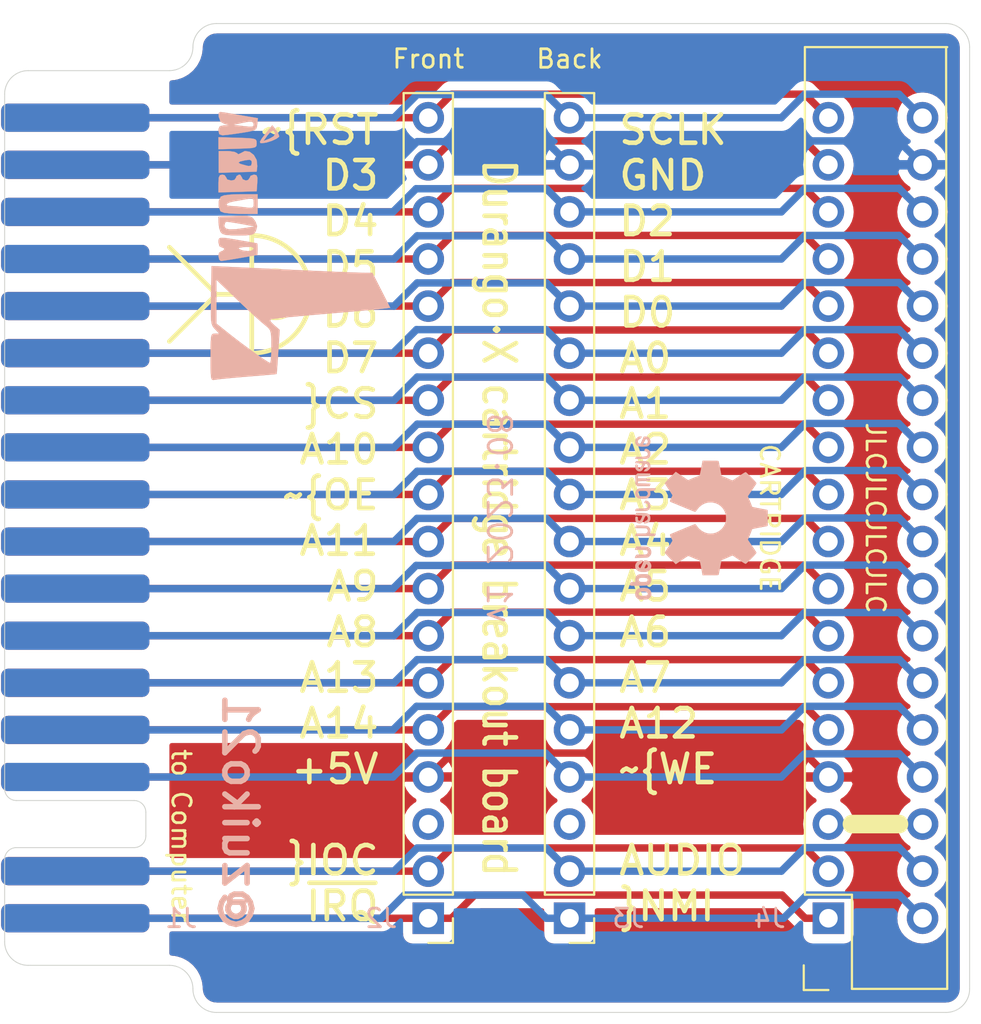
<source format=kicad_pcb>
(kicad_pcb (version 20171130) (host pcbnew "(5.1.2-1)-1")

  (general
    (thickness 1.6)
    (drawings 35)
    (tracks 249)
    (zones 0)
    (modules 6)
    (nets 35)
  )

  (page A4)
  (layers
    (0 F.Cu signal)
    (31 B.Cu signal)
    (32 B.Adhes user)
    (33 F.Adhes user)
    (34 B.Paste user)
    (35 F.Paste user)
    (36 B.SilkS user)
    (37 F.SilkS user)
    (38 B.Mask user)
    (39 F.Mask user)
    (40 Dwgs.User user)
    (41 Cmts.User user)
    (42 Eco1.User user)
    (43 Eco2.User user)
    (44 Edge.Cuts user)
    (45 Margin user)
    (46 B.CrtYd user)
    (47 F.CrtYd user)
    (48 B.Fab user)
    (49 F.Fab user)
  )

  (setup
    (last_trace_width 0.25)
    (user_trace_width 0.4)
    (trace_clearance 0.2)
    (zone_clearance 0.508)
    (zone_45_only no)
    (trace_min 0.2)
    (via_size 0.8)
    (via_drill 0.4)
    (via_min_size 0.4)
    (via_min_drill 0.3)
    (uvia_size 0.3)
    (uvia_drill 0.1)
    (uvias_allowed no)
    (uvia_min_size 0.2)
    (uvia_min_drill 0.1)
    (edge_width 0.05)
    (segment_width 0.2)
    (pcb_text_width 0.3)
    (pcb_text_size 1.5 1.5)
    (mod_edge_width 0.12)
    (mod_text_size 1 1)
    (mod_text_width 0.15)
    (pad_size 1.524 1.524)
    (pad_drill 0.762)
    (pad_to_mask_clearance 0.051)
    (solder_mask_min_width 0.25)
    (aux_axis_origin 0 0)
    (visible_elements FFFFFF7F)
    (pcbplotparams
      (layerselection 0x010fc_ffffffff)
      (usegerberextensions true)
      (usegerberattributes false)
      (usegerberadvancedattributes false)
      (creategerberjobfile false)
      (excludeedgelayer true)
      (linewidth 0.100000)
      (plotframeref false)
      (viasonmask false)
      (mode 1)
      (useauxorigin false)
      (hpglpennumber 1)
      (hpglpenspeed 20)
      (hpglpendiameter 15.000000)
      (psnegative false)
      (psa4output false)
      (plotreference true)
      (plotvalue true)
      (plotinvisibletext false)
      (padsonsilk false)
      (subtractmaskfromsilk true)
      (outputformat 1)
      (mirror false)
      (drillshape 0)
      (scaleselection 1)
      (outputdirectory "gerber/"))
  )

  (net 0 "")
  (net 1 D2)
  (net 2 D1)
  (net 3 D0)
  (net 4 A0)
  (net 5 A1)
  (net 6 A2)
  (net 7 A3)
  (net 8 A4)
  (net 9 A5)
  (net 10 A6)
  (net 11 A7)
  (net 12 A12)
  (net 13 D3)
  (net 14 D4)
  (net 15 D5)
  (net 16 D6)
  (net 17 D7)
  (net 18 A10)
  (net 19 A11)
  (net 20 A9)
  (net 21 A8)
  (net 22 A13)
  (net 23 A14)
  (net 24 /SCLK)
  (net 25 GND)
  (net 26 /~WE)
  (net 27 /AUDIO)
  (net 28 /~RST)
  (net 29 /~CS)
  (net 30 /~OE)
  (net 31 +5V)
  (net 32 /~IOC)
  (net 33 /~NMI)
  (net 34 /~IRQ)

  (net_class Default "Esta es la clase de red por defecto."
    (clearance 0.2)
    (trace_width 0.25)
    (via_dia 0.8)
    (via_drill 0.4)
    (uvia_dia 0.3)
    (uvia_drill 0.1)
    (add_net +5V)
    (add_net /AUDIO)
    (add_net /SCLK)
    (add_net /~CS)
    (add_net /~IOC)
    (add_net /~IRQ)
    (add_net /~NMI)
    (add_net /~OE)
    (add_net /~RST)
    (add_net /~WE)
    (add_net A0)
    (add_net A1)
    (add_net A10)
    (add_net A11)
    (add_net A12)
    (add_net A13)
    (add_net A14)
    (add_net A2)
    (add_net A3)
    (add_net A4)
    (add_net A5)
    (add_net A6)
    (add_net A7)
    (add_net A8)
    (add_net A9)
    (add_net D0)
    (add_net D1)
    (add_net D2)
    (add_net D3)
    (add_net D4)
    (add_net D5)
    (add_net D6)
    (add_net D7)
    (add_net GND)
  )

  (module edge_conn:Durango_ROM (layer F.Cu) (tedit 628D613F) (tstamp 64EA5D53)
    (at 25.4 27.305 270)
    (path /64EA024A)
    (fp_text reference J1 (at 45.72 -9.525 180) (layer B.SilkS)
      (effects (font (size 1 1) (thickness 0.15)) (justify mirror))
    )
    (fp_text value "to Computer" (at 41.275 -9.525 270 unlocked) (layer F.SilkS)
      (effects (font (size 1 1) (thickness 0.15)))
    )
    (fp_poly (pts (xy 0 0) (xy 48.26 0) (xy 48.26 -7.62) (xy 0 -7.62)) (layer B.Mask) (width 0.1))
    (fp_poly (pts (xy 0 0) (xy 48.26 0) (xy 48.26 -7.62) (xy 0 -7.62)) (layer F.Mask) (width 0.1))
    (fp_line (start 0 -8.89) (end 0 0) (layer Dwgs.User) (width 0.12))
    (fp_line (start 48.26 0) (end 48.26 -8.89) (layer Dwgs.User) (width 0.12))
    (fp_line (start 0 0) (end 48.26 0) (layer Dwgs.User) (width 0.12))
    (pad 36 smd roundrect (at 2.54 -3.81 270) (size 1.524 8) (layers B.Cu B.Paste B.Mask) (roundrect_rratio 0.25)
      (net 24 /SCLK))
    (pad 34 smd roundrect (at 5.08 -3.81 270) (size 1.524 8) (layers B.Cu B.Paste B.Mask) (roundrect_rratio 0.25)
      (net 25 GND))
    (pad 32 smd roundrect (at 7.62 -3.81 270) (size 1.524 8) (layers B.Cu B.Paste B.Mask) (roundrect_rratio 0.25)
      (net 1 D2))
    (pad 30 smd roundrect (at 10.16 -3.81 270) (size 1.524 8) (layers B.Cu B.Paste B.Mask) (roundrect_rratio 0.25)
      (net 2 D1))
    (pad 28 smd roundrect (at 12.7 -3.81 270) (size 1.524 8) (layers B.Cu B.Paste B.Mask) (roundrect_rratio 0.25)
      (net 3 D0))
    (pad 26 smd roundrect (at 15.24 -3.81 270) (size 1.524 8) (layers B.Cu B.Paste B.Mask) (roundrect_rratio 0.25)
      (net 4 A0))
    (pad 24 smd roundrect (at 17.78 -3.81 270) (size 1.524 8) (layers B.Cu B.Paste B.Mask) (roundrect_rratio 0.25)
      (net 5 A1))
    (pad 22 smd roundrect (at 20.32 -3.81 270) (size 1.524 8) (layers B.Cu B.Paste B.Mask) (roundrect_rratio 0.25)
      (net 6 A2))
    (pad 20 smd roundrect (at 22.86 -3.81 270) (size 1.524 8) (layers B.Cu B.Paste B.Mask) (roundrect_rratio 0.25)
      (net 7 A3))
    (pad 18 smd roundrect (at 25.4 -3.81 270) (size 1.524 8) (layers B.Cu B.Paste B.Mask) (roundrect_rratio 0.25)
      (net 8 A4))
    (pad 16 smd roundrect (at 27.94 -3.81 270) (size 1.524 8) (layers B.Cu B.Paste B.Mask) (roundrect_rratio 0.25)
      (net 9 A5))
    (pad 14 smd roundrect (at 30.48 -3.81 270) (size 1.524 8) (layers B.Cu B.Paste B.Mask) (roundrect_rratio 0.25)
      (net 10 A6))
    (pad 12 smd roundrect (at 33.02 -3.81 270) (size 1.524 8) (layers B.Cu B.Paste B.Mask) (roundrect_rratio 0.25)
      (net 11 A7))
    (pad 10 smd roundrect (at 35.56 -3.81 270) (size 1.524 8) (layers B.Cu B.Paste B.Mask) (roundrect_rratio 0.25)
      (net 12 A12))
    (pad 8 smd roundrect (at 38.1 -3.81 270) (size 1.524 8) (layers B.Cu B.Paste B.Mask) (roundrect_rratio 0.25)
      (net 26 /~WE))
    (pad 4 smd roundrect (at 43.18 -3.81 270) (size 1.524 8) (layers B.Cu B.Paste B.Mask) (roundrect_rratio 0.25)
      (net 27 /AUDIO))
    (pad 35 smd roundrect (at 2.54 -3.81 270) (size 1.524 8) (layers F.Cu F.Paste F.Mask) (roundrect_rratio 0.25)
      (net 28 /~RST))
    (pad 33 smd roundrect (at 5.08 -3.81 270) (size 1.524 8) (layers F.Cu F.Paste F.Mask) (roundrect_rratio 0.25)
      (net 13 D3))
    (pad 31 smd roundrect (at 7.62 -3.81 270) (size 1.524 8) (layers F.Cu F.Paste F.Mask) (roundrect_rratio 0.25)
      (net 14 D4))
    (pad 29 smd roundrect (at 10.16 -3.81 270) (size 1.524 8) (layers F.Cu F.Paste F.Mask) (roundrect_rratio 0.25)
      (net 15 D5))
    (pad 27 smd roundrect (at 12.7 -3.81 270) (size 1.524 8) (layers F.Cu F.Paste F.Mask) (roundrect_rratio 0.25)
      (net 16 D6))
    (pad 25 smd roundrect (at 15.24 -3.81 270) (size 1.524 8) (layers F.Cu F.Paste F.Mask) (roundrect_rratio 0.25)
      (net 17 D7))
    (pad 23 smd roundrect (at 17.78 -3.81 270) (size 1.524 8) (layers F.Cu F.Paste F.Mask) (roundrect_rratio 0.25)
      (net 29 /~CS))
    (pad 21 smd roundrect (at 20.32 -3.81 270) (size 1.524 8) (layers F.Cu F.Paste F.Mask) (roundrect_rratio 0.25)
      (net 18 A10))
    (pad 19 smd roundrect (at 22.86 -3.81 270) (size 1.524 8) (layers F.Cu F.Paste F.Mask) (roundrect_rratio 0.25)
      (net 30 /~OE))
    (pad 17 smd roundrect (at 25.4 -3.81 270) (size 1.524 8) (layers F.Cu F.Paste F.Mask) (roundrect_rratio 0.25)
      (net 19 A11))
    (pad 15 smd roundrect (at 27.94 -3.81 270) (size 1.524 8) (layers F.Cu F.Paste F.Mask) (roundrect_rratio 0.25)
      (net 20 A9))
    (pad 13 smd roundrect (at 30.48 -3.81 270) (size 1.524 8) (layers F.Cu F.Paste F.Mask) (roundrect_rratio 0.25)
      (net 21 A8))
    (pad 11 smd roundrect (at 33.02 -3.81 270) (size 1.524 8) (layers F.Cu F.Paste F.Mask) (roundrect_rratio 0.25)
      (net 22 A13))
    (pad 9 smd roundrect (at 35.56 -3.81 270) (size 1.524 8) (layers F.Cu F.Paste F.Mask) (roundrect_rratio 0.25)
      (net 23 A14))
    (pad 7 smd roundrect (at 38.1 -3.81 270) (size 1.524 8) (layers F.Cu F.Paste F.Mask) (roundrect_rratio 0.25)
      (net 31 +5V))
    (pad 3 smd roundrect (at 43.18 -3.81 270) (size 1.524 8) (layers F.Cu F.Paste F.Mask) (roundrect_rratio 0.25)
      (net 32 /~IOC))
    (pad 2 smd roundrect (at 45.72 -3.81 270) (size 1.524 8) (layers B.Cu B.Paste B.Mask) (roundrect_rratio 0.25)
      (net 33 /~NMI))
    (pad 1 smd roundrect (at 45.72 -3.81 270) (size 1.524 8) (layers F.Cu F.Paste F.Mask) (roundrect_rratio 0.25)
      (net 34 /~IRQ))
  )

  (module Symbol:OSHW-Logo2_9.8x8mm_SilkScreen (layer B.Cu) (tedit 0) (tstamp 64EA83D2)
    (at 62.865 51.435 90)
    (descr "Open Source Hardware Symbol")
    (tags "Logo Symbol OSHW")
    (path /64FEF36C)
    (attr virtual)
    (fp_text reference LOGO2 (at 0 0 90) (layer B.SilkS) hide
      (effects (font (size 1 1) (thickness 0.15)) (justify mirror))
    )
    (fp_text value Logo_Open_Hardware_Small (at 0.75 0 90) (layer B.Fab) hide
      (effects (font (size 1 1) (thickness 0.15)) (justify mirror))
    )
    (fp_poly (pts (xy 0.139878 3.712224) (xy 0.245612 3.711645) (xy 0.322132 3.710078) (xy 0.374372 3.707028)
      (xy 0.407263 3.702004) (xy 0.425737 3.694511) (xy 0.434727 3.684056) (xy 0.439163 3.670147)
      (xy 0.439594 3.668346) (xy 0.446333 3.635855) (xy 0.458808 3.571748) (xy 0.475719 3.482849)
      (xy 0.495771 3.375981) (xy 0.517664 3.257967) (xy 0.518429 3.253822) (xy 0.540359 3.138169)
      (xy 0.560877 3.035986) (xy 0.578659 2.953402) (xy 0.592381 2.896544) (xy 0.600718 2.871542)
      (xy 0.601116 2.871099) (xy 0.625677 2.85889) (xy 0.676315 2.838544) (xy 0.742095 2.814455)
      (xy 0.742461 2.814326) (xy 0.825317 2.783182) (xy 0.923 2.743509) (xy 1.015077 2.703619)
      (xy 1.019434 2.701647) (xy 1.169407 2.63358) (xy 1.501498 2.860361) (xy 1.603374 2.929496)
      (xy 1.695657 2.991303) (xy 1.773003 3.042267) (xy 1.830064 3.078873) (xy 1.861495 3.097606)
      (xy 1.864479 3.098996) (xy 1.887321 3.09281) (xy 1.929982 3.062965) (xy 1.994128 3.008053)
      (xy 2.081421 2.926666) (xy 2.170535 2.840078) (xy 2.256441 2.754753) (xy 2.333327 2.676892)
      (xy 2.396564 2.611303) (xy 2.441523 2.562795) (xy 2.463576 2.536175) (xy 2.464396 2.534805)
      (xy 2.466834 2.516537) (xy 2.45765 2.486705) (xy 2.434574 2.441279) (xy 2.395337 2.37623)
      (xy 2.33767 2.28753) (xy 2.260795 2.173343) (xy 2.19257 2.072838) (xy 2.131582 1.982697)
      (xy 2.081356 1.908151) (xy 2.045416 1.854435) (xy 2.027287 1.826782) (xy 2.026146 1.824905)
      (xy 2.028359 1.79841) (xy 2.045138 1.746914) (xy 2.073142 1.680149) (xy 2.083122 1.658828)
      (xy 2.126672 1.563841) (xy 2.173134 1.456063) (xy 2.210877 1.362808) (xy 2.238073 1.293594)
      (xy 2.259675 1.240994) (xy 2.272158 1.213503) (xy 2.273709 1.211384) (xy 2.296668 1.207876)
      (xy 2.350786 1.198262) (xy 2.428868 1.183911) (xy 2.523719 1.166193) (xy 2.628143 1.146475)
      (xy 2.734944 1.126126) (xy 2.836926 1.106514) (xy 2.926894 1.089009) (xy 2.997653 1.074978)
      (xy 3.042006 1.065791) (xy 3.052885 1.063193) (xy 3.064122 1.056782) (xy 3.072605 1.042303)
      (xy 3.078714 1.014867) (xy 3.082832 0.969589) (xy 3.085341 0.90158) (xy 3.086621 0.805953)
      (xy 3.087054 0.67782) (xy 3.087077 0.625299) (xy 3.087077 0.198155) (xy 2.9845 0.177909)
      (xy 2.927431 0.16693) (xy 2.842269 0.150905) (xy 2.739372 0.131767) (xy 2.629096 0.111449)
      (xy 2.598615 0.105868) (xy 2.496855 0.086083) (xy 2.408205 0.066627) (xy 2.340108 0.049303)
      (xy 2.300004 0.035912) (xy 2.293323 0.031921) (xy 2.276919 0.003658) (xy 2.253399 -0.051109)
      (xy 2.227316 -0.121588) (xy 2.222142 -0.136769) (xy 2.187956 -0.230896) (xy 2.145523 -0.337101)
      (xy 2.103997 -0.432473) (xy 2.103792 -0.432916) (xy 2.03464 -0.582525) (xy 2.489512 -1.251617)
      (xy 2.1975 -1.544116) (xy 2.10918 -1.63117) (xy 2.028625 -1.707909) (xy 1.96036 -1.770237)
      (xy 1.908908 -1.814056) (xy 1.878794 -1.83527) (xy 1.874474 -1.836616) (xy 1.849111 -1.826016)
      (xy 1.797358 -1.796547) (xy 1.724868 -1.751705) (xy 1.637294 -1.694984) (xy 1.542612 -1.631462)
      (xy 1.446516 -1.566668) (xy 1.360837 -1.510287) (xy 1.291016 -1.465788) (xy 1.242494 -1.436639)
      (xy 1.220782 -1.426308) (xy 1.194293 -1.43505) (xy 1.144062 -1.458087) (xy 1.080451 -1.490631)
      (xy 1.073708 -1.494249) (xy 0.988046 -1.53721) (xy 0.929306 -1.558279) (xy 0.892772 -1.558503)
      (xy 0.873731 -1.538928) (xy 0.87362 -1.538654) (xy 0.864102 -1.515472) (xy 0.841403 -1.460441)
      (xy 0.807282 -1.377822) (xy 0.7635 -1.271872) (xy 0.711816 -1.146852) (xy 0.653992 -1.00702)
      (xy 0.597991 -0.871637) (xy 0.536447 -0.722234) (xy 0.479939 -0.583832) (xy 0.430161 -0.460673)
      (xy 0.388806 -0.357002) (xy 0.357568 -0.277059) (xy 0.338141 -0.225088) (xy 0.332154 -0.205692)
      (xy 0.347168 -0.183443) (xy 0.386439 -0.147982) (xy 0.438807 -0.108887) (xy 0.587941 0.014755)
      (xy 0.704511 0.156478) (xy 0.787118 0.313296) (xy 0.834366 0.482225) (xy 0.844857 0.660278)
      (xy 0.837231 0.742461) (xy 0.795682 0.912969) (xy 0.724123 1.063541) (xy 0.626995 1.192691)
      (xy 0.508734 1.298936) (xy 0.37378 1.38079) (xy 0.226571 1.436768) (xy 0.071544 1.465385)
      (xy -0.086861 1.465156) (xy -0.244206 1.434595) (xy -0.396054 1.372218) (xy -0.537965 1.27654)
      (xy -0.597197 1.222428) (xy -0.710797 1.08348) (xy -0.789894 0.931639) (xy -0.835014 0.771333)
      (xy -0.846684 0.606988) (xy -0.825431 0.443029) (xy -0.77178 0.283882) (xy -0.68626 0.133975)
      (xy -0.569395 -0.002267) (xy -0.438807 -0.108887) (xy -0.384412 -0.149642) (xy -0.345986 -0.184718)
      (xy -0.332154 -0.205726) (xy -0.339397 -0.228635) (xy -0.359995 -0.283365) (xy -0.392254 -0.365672)
      (xy -0.434479 -0.471315) (xy -0.484977 -0.59605) (xy -0.542052 -0.735636) (xy -0.598146 -0.87167)
      (xy -0.660033 -1.021201) (xy -0.717356 -1.159767) (xy -0.768356 -1.283107) (xy -0.811273 -1.386964)
      (xy -0.844347 -1.46708) (xy -0.865819 -1.519195) (xy -0.873775 -1.538654) (xy -0.892571 -1.558423)
      (xy -0.928926 -1.558365) (xy -0.987521 -1.537441) (xy -1.073032 -1.494613) (xy -1.073708 -1.494249)
      (xy -1.138093 -1.461012) (xy -1.190139 -1.436802) (xy -1.219488 -1.426404) (xy -1.220783 -1.426308)
      (xy -1.242876 -1.436855) (xy -1.291652 -1.466184) (xy -1.361669 -1.510827) (xy -1.447486 -1.567314)
      (xy -1.542612 -1.631462) (xy -1.63946 -1.696411) (xy -1.726747 -1.752896) (xy -1.798819 -1.797421)
      (xy -1.850023 -1.82649) (xy -1.874474 -1.836616) (xy -1.89699 -1.823307) (xy -1.942258 -1.786112)
      (xy -2.005756 -1.729128) (xy -2.082961 -1.656449) (xy -2.169349 -1.572171) (xy -2.197601 -1.544016)
      (xy -2.489713 -1.251416) (xy -2.267369 -0.925104) (xy -2.199798 -0.824897) (xy -2.140493 -0.734963)
      (xy -2.092783 -0.66051) (xy -2.059993 -0.606751) (xy -2.045452 -0.578894) (xy -2.045026 -0.576912)
      (xy -2.052692 -0.550655) (xy -2.073311 -0.497837) (xy -2.103315 -0.42731) (xy -2.124375 -0.380093)
      (xy -2.163752 -0.289694) (xy -2.200835 -0.198366) (xy -2.229585 -0.1212) (xy -2.237395 -0.097692)
      (xy -2.259583 -0.034916) (xy -2.281273 0.013589) (xy -2.293187 0.031921) (xy -2.319477 0.043141)
      (xy -2.376858 0.059046) (xy -2.457882 0.077833) (xy -2.555105 0.097701) (xy -2.598615 0.105868)
      (xy -2.709104 0.126171) (xy -2.815084 0.14583) (xy -2.906199 0.162912) (xy -2.972092 0.175482)
      (xy -2.9845 0.177909) (xy -3.087077 0.198155) (xy -3.087077 0.625299) (xy -3.086847 0.765754)
      (xy -3.085901 0.872021) (xy -3.083859 0.948987) (xy -3.080338 1.00154) (xy -3.074957 1.034567)
      (xy -3.067334 1.052955) (xy -3.057088 1.061592) (xy -3.052885 1.063193) (xy -3.02753 1.068873)
      (xy -2.971516 1.080205) (xy -2.892036 1.095821) (xy -2.796288 1.114353) (xy -2.691467 1.134431)
      (xy -2.584768 1.154688) (xy -2.483387 1.173754) (xy -2.394521 1.190261) (xy -2.325363 1.202841)
      (xy -2.283111 1.210125) (xy -2.27371 1.211384) (xy -2.265193 1.228237) (xy -2.24634 1.27313)
      (xy -2.220676 1.33757) (xy -2.210877 1.362808) (xy -2.171352 1.460314) (xy -2.124808 1.568041)
      (xy -2.083123 1.658828) (xy -2.05245 1.728247) (xy -2.032044 1.78529) (xy -2.025232 1.820223)
      (xy -2.026318 1.824905) (xy -2.040715 1.847009) (xy -2.073588 1.896169) (xy -2.12141 1.967152)
      (xy -2.180652 2.054722) (xy -2.247785 2.153643) (xy -2.261059 2.17317) (xy -2.338954 2.28886)
      (xy -2.396213 2.376956) (xy -2.435119 2.441514) (xy -2.457956 2.486589) (xy -2.467006 2.516237)
      (xy -2.464552 2.534515) (xy -2.464489 2.534631) (xy -2.445173 2.558639) (xy -2.402449 2.605053)
      (xy -2.340949 2.669063) (xy -2.265302 2.745855) (xy -2.180139 2.830618) (xy -2.170535 2.840078)
      (xy -2.06321 2.944011) (xy -1.980385 3.020325) (xy -1.920395 3.070429) (xy -1.881577 3.09573)
      (xy -1.86448 3.098996) (xy -1.839527 3.08475) (xy -1.787745 3.051844) (xy -1.71448 3.003792)
      (xy -1.62508 2.94411) (xy -1.524889 2.876312) (xy -1.501499 2.860361) (xy -1.169407 2.63358)
      (xy -1.019435 2.701647) (xy -0.92823 2.741315) (xy -0.830331 2.781209) (xy -0.746169 2.813017)
      (xy -0.742462 2.814326) (xy -0.676631 2.838424) (xy -0.625884 2.8588) (xy -0.601158 2.871064)
      (xy -0.601116 2.871099) (xy -0.593271 2.893266) (xy -0.579934 2.947783) (xy -0.56243 3.02852)
      (xy -0.542083 3.12935) (xy -0.520218 3.244144) (xy -0.518429 3.253822) (xy -0.496496 3.372096)
      (xy -0.47636 3.479458) (xy -0.45932 3.569083) (xy -0.446672 3.634149) (xy -0.439716 3.667832)
      (xy -0.439594 3.668346) (xy -0.435361 3.682675) (xy -0.427129 3.693493) (xy -0.409967 3.701294)
      (xy -0.378942 3.706571) (xy -0.329122 3.709818) (xy -0.255576 3.711528) (xy -0.153371 3.712193)
      (xy -0.017575 3.712307) (xy 0 3.712308) (xy 0.139878 3.712224)) (layer B.SilkS) (width 0.01))
    (fp_poly (pts (xy 4.245224 -2.647838) (xy 4.322528 -2.698361) (xy 4.359814 -2.74359) (xy 4.389353 -2.825663)
      (xy 4.391699 -2.890607) (xy 4.386385 -2.977445) (xy 4.186115 -3.065103) (xy 4.088739 -3.109887)
      (xy 4.025113 -3.145913) (xy 3.992029 -3.177117) (xy 3.98628 -3.207436) (xy 4.004658 -3.240805)
      (xy 4.024923 -3.262923) (xy 4.083889 -3.298393) (xy 4.148024 -3.300879) (xy 4.206926 -3.273235)
      (xy 4.250197 -3.21832) (xy 4.257936 -3.198928) (xy 4.295006 -3.138364) (xy 4.337654 -3.112552)
      (xy 4.396154 -3.090471) (xy 4.396154 -3.174184) (xy 4.390982 -3.23115) (xy 4.370723 -3.279189)
      (xy 4.328262 -3.334346) (xy 4.321951 -3.341514) (xy 4.27472 -3.390585) (xy 4.234121 -3.41692)
      (xy 4.183328 -3.429035) (xy 4.14122 -3.433003) (xy 4.065902 -3.433991) (xy 4.012286 -3.421466)
      (xy 3.978838 -3.402869) (xy 3.926268 -3.361975) (xy 3.889879 -3.317748) (xy 3.86685 -3.262126)
      (xy 3.854359 -3.187047) (xy 3.849587 -3.084449) (xy 3.849206 -3.032376) (xy 3.850501 -2.969948)
      (xy 3.968471 -2.969948) (xy 3.969839 -3.003438) (xy 3.973249 -3.008923) (xy 3.995753 -3.001472)
      (xy 4.044182 -2.981753) (xy 4.108908 -2.953718) (xy 4.122443 -2.947692) (xy 4.204244 -2.906096)
      (xy 4.249312 -2.869538) (xy 4.259217 -2.835296) (xy 4.235526 -2.800648) (xy 4.21596 -2.785339)
      (xy 4.14536 -2.754721) (xy 4.07928 -2.75978) (xy 4.023959 -2.797151) (xy 3.985636 -2.863473)
      (xy 3.973349 -2.916116) (xy 3.968471 -2.969948) (xy 3.850501 -2.969948) (xy 3.85173 -2.91072)
      (xy 3.861032 -2.82071) (xy 3.87946 -2.755167) (xy 3.90936 -2.706912) (xy 3.95308 -2.668767)
      (xy 3.972141 -2.65644) (xy 4.058726 -2.624336) (xy 4.153522 -2.622316) (xy 4.245224 -2.647838)) (layer B.SilkS) (width 0.01))
    (fp_poly (pts (xy 3.570807 -2.636782) (xy 3.594161 -2.646988) (xy 3.649902 -2.691134) (xy 3.697569 -2.754967)
      (xy 3.727048 -2.823087) (xy 3.731846 -2.85667) (xy 3.71576 -2.903556) (xy 3.680475 -2.928365)
      (xy 3.642644 -2.943387) (xy 3.625321 -2.946155) (xy 3.616886 -2.926066) (xy 3.60023 -2.882351)
      (xy 3.592923 -2.862598) (xy 3.551948 -2.794271) (xy 3.492622 -2.760191) (xy 3.416552 -2.761239)
      (xy 3.410918 -2.762581) (xy 3.370305 -2.781836) (xy 3.340448 -2.819375) (xy 3.320055 -2.879809)
      (xy 3.307836 -2.967751) (xy 3.3025 -3.087813) (xy 3.302 -3.151698) (xy 3.301752 -3.252403)
      (xy 3.300126 -3.321054) (xy 3.295801 -3.364673) (xy 3.287454 -3.390282) (xy 3.273765 -3.404903)
      (xy 3.253411 -3.415558) (xy 3.252234 -3.416095) (xy 3.213038 -3.432667) (xy 3.193619 -3.438769)
      (xy 3.190635 -3.420319) (xy 3.188081 -3.369323) (xy 3.18614 -3.292308) (xy 3.184997 -3.195805)
      (xy 3.184769 -3.125184) (xy 3.185932 -2.988525) (xy 3.190479 -2.884851) (xy 3.199999 -2.808108)
      (xy 3.216081 -2.752246) (xy 3.240313 -2.711212) (xy 3.274286 -2.678954) (xy 3.307833 -2.65644)
      (xy 3.388499 -2.626476) (xy 3.482381 -2.619718) (xy 3.570807 -2.636782)) (layer B.SilkS) (width 0.01))
    (fp_poly (pts (xy 2.887333 -2.633528) (xy 2.94359 -2.659117) (xy 2.987747 -2.690124) (xy 3.020101 -2.724795)
      (xy 3.042438 -2.76952) (xy 3.056546 -2.830692) (xy 3.064211 -2.914701) (xy 3.06722 -3.02794)
      (xy 3.067538 -3.102509) (xy 3.067538 -3.39342) (xy 3.017773 -3.416095) (xy 2.978576 -3.432667)
      (xy 2.959157 -3.438769) (xy 2.955442 -3.42061) (xy 2.952495 -3.371648) (xy 2.950691 -3.300153)
      (xy 2.950308 -3.243385) (xy 2.948661 -3.161371) (xy 2.944222 -3.096309) (xy 2.93774 -3.056467)
      (xy 2.93259 -3.048) (xy 2.897977 -3.056646) (xy 2.84364 -3.078823) (xy 2.780722 -3.108886)
      (xy 2.720368 -3.141192) (xy 2.673721 -3.170098) (xy 2.651926 -3.189961) (xy 2.651839 -3.190175)
      (xy 2.653714 -3.226935) (xy 2.670525 -3.262026) (xy 2.700039 -3.290528) (xy 2.743116 -3.300061)
      (xy 2.779932 -3.29895) (xy 2.832074 -3.298133) (xy 2.859444 -3.310349) (xy 2.875882 -3.342624)
      (xy 2.877955 -3.34871) (xy 2.885081 -3.394739) (xy 2.866024 -3.422687) (xy 2.816353 -3.436007)
      (xy 2.762697 -3.43847) (xy 2.666142 -3.42021) (xy 2.616159 -3.394131) (xy 2.554429 -3.332868)
      (xy 2.52169 -3.25767) (xy 2.518753 -3.178211) (xy 2.546424 -3.104167) (xy 2.588047 -3.057769)
      (xy 2.629604 -3.031793) (xy 2.694922 -2.998907) (xy 2.771038 -2.965557) (xy 2.783726 -2.960461)
      (xy 2.867333 -2.923565) (xy 2.91553 -2.891046) (xy 2.93103 -2.858718) (xy 2.91655 -2.822394)
      (xy 2.891692 -2.794) (xy 2.832939 -2.759039) (xy 2.768293 -2.756417) (xy 2.709008 -2.783358)
      (xy 2.666339 -2.837088) (xy 2.660739 -2.85095) (xy 2.628133 -2.901936) (xy 2.58053 -2.939787)
      (xy 2.520461 -2.97085) (xy 2.520461 -2.882768) (xy 2.523997 -2.828951) (xy 2.539156 -2.786534)
      (xy 2.572768 -2.741279) (xy 2.605035 -2.70642) (xy 2.655209 -2.657062) (xy 2.694193 -2.630547)
      (xy 2.736064 -2.619911) (xy 2.78346 -2.618154) (xy 2.887333 -2.633528)) (layer B.SilkS) (width 0.01))
    (fp_poly (pts (xy 2.395929 -2.636662) (xy 2.398911 -2.688068) (xy 2.401247 -2.766192) (xy 2.402749 -2.864857)
      (xy 2.403231 -2.968343) (xy 2.403231 -3.318533) (xy 2.341401 -3.380363) (xy 2.298793 -3.418462)
      (xy 2.26139 -3.433895) (xy 2.21027 -3.432918) (xy 2.189978 -3.430433) (xy 2.126554 -3.4232)
      (xy 2.074095 -3.419055) (xy 2.061308 -3.418672) (xy 2.018199 -3.421176) (xy 1.956544 -3.427462)
      (xy 1.932638 -3.430433) (xy 1.873922 -3.435028) (xy 1.834464 -3.425046) (xy 1.795338 -3.394228)
      (xy 1.781215 -3.380363) (xy 1.719385 -3.318533) (xy 1.719385 -2.663503) (xy 1.76915 -2.640829)
      (xy 1.812002 -2.624034) (xy 1.837073 -2.618154) (xy 1.843501 -2.636736) (xy 1.849509 -2.688655)
      (xy 1.854697 -2.768172) (xy 1.858664 -2.869546) (xy 1.860577 -2.955192) (xy 1.865923 -3.292231)
      (xy 1.91256 -3.298825) (xy 1.954976 -3.294214) (xy 1.97576 -3.279287) (xy 1.98157 -3.251377)
      (xy 1.98653 -3.191925) (xy 1.990246 -3.108466) (xy 1.992324 -3.008532) (xy 1.992624 -2.957104)
      (xy 1.992923 -2.661054) (xy 2.054454 -2.639604) (xy 2.098004 -2.62502) (xy 2.121694 -2.618219)
      (xy 2.122377 -2.618154) (xy 2.124754 -2.636642) (xy 2.127366 -2.687906) (xy 2.129995 -2.765649)
      (xy 2.132421 -2.863574) (xy 2.134115 -2.955192) (xy 2.139461 -3.292231) (xy 2.256692 -3.292231)
      (xy 2.262072 -2.984746) (xy 2.267451 -2.677261) (xy 2.324601 -2.647707) (xy 2.366797 -2.627413)
      (xy 2.39177 -2.618204) (xy 2.392491 -2.618154) (xy 2.395929 -2.636662)) (layer B.SilkS) (width 0.01))
    (fp_poly (pts (xy 1.602081 -2.780289) (xy 1.601833 -2.92632) (xy 1.600872 -3.038655) (xy 1.598794 -3.122678)
      (xy 1.595193 -3.183769) (xy 1.589665 -3.227309) (xy 1.581804 -3.258679) (xy 1.571207 -3.283262)
      (xy 1.563182 -3.297294) (xy 1.496728 -3.373388) (xy 1.41247 -3.421084) (xy 1.319249 -3.438199)
      (xy 1.2259 -3.422546) (xy 1.170312 -3.394418) (xy 1.111957 -3.34576) (xy 1.072186 -3.286333)
      (xy 1.04819 -3.208507) (xy 1.037161 -3.104652) (xy 1.035599 -3.028462) (xy 1.035809 -3.022986)
      (xy 1.172308 -3.022986) (xy 1.173141 -3.110355) (xy 1.176961 -3.168192) (xy 1.185746 -3.206029)
      (xy 1.201474 -3.233398) (xy 1.220266 -3.254042) (xy 1.283375 -3.29389) (xy 1.351137 -3.297295)
      (xy 1.415179 -3.264025) (xy 1.420164 -3.259517) (xy 1.441439 -3.236067) (xy 1.454779 -3.208166)
      (xy 1.462001 -3.166641) (xy 1.464923 -3.102316) (xy 1.465385 -3.0312) (xy 1.464383 -2.941858)
      (xy 1.460238 -2.882258) (xy 1.451236 -2.843089) (xy 1.435667 -2.81504) (xy 1.422902 -2.800144)
      (xy 1.3636 -2.762575) (xy 1.295301 -2.758057) (xy 1.23011 -2.786753) (xy 1.217528 -2.797406)
      (xy 1.196111 -2.821063) (xy 1.182744 -2.849251) (xy 1.175566 -2.891245) (xy 1.172719 -2.956319)
      (xy 1.172308 -3.022986) (xy 1.035809 -3.022986) (xy 1.040322 -2.905765) (xy 1.056362 -2.813577)
      (xy 1.086528 -2.744269) (xy 1.133629 -2.690211) (xy 1.170312 -2.662505) (xy 1.23699 -2.632572)
      (xy 1.314272 -2.618678) (xy 1.38611 -2.622397) (xy 1.426308 -2.6374) (xy 1.442082 -2.64167)
      (xy 1.45255 -2.62575) (xy 1.459856 -2.583089) (xy 1.465385 -2.518106) (xy 1.471437 -2.445732)
      (xy 1.479844 -2.402187) (xy 1.495141 -2.377287) (xy 1.521864 -2.360845) (xy 1.538654 -2.353564)
      (xy 1.602154 -2.326963) (xy 1.602081 -2.780289)) (layer B.SilkS) (width 0.01))
    (fp_poly (pts (xy 0.713362 -2.62467) (xy 0.802117 -2.657421) (xy 0.874022 -2.71535) (xy 0.902144 -2.756128)
      (xy 0.932802 -2.830954) (xy 0.932165 -2.885058) (xy 0.899987 -2.921446) (xy 0.888081 -2.927633)
      (xy 0.836675 -2.946925) (xy 0.810422 -2.941982) (xy 0.80153 -2.909587) (xy 0.801077 -2.891692)
      (xy 0.784797 -2.825859) (xy 0.742365 -2.779807) (xy 0.683388 -2.757564) (xy 0.617475 -2.763161)
      (xy 0.563895 -2.792229) (xy 0.545798 -2.80881) (xy 0.532971 -2.828925) (xy 0.524306 -2.859332)
      (xy 0.518696 -2.906788) (xy 0.515035 -2.97805) (xy 0.512215 -3.079875) (xy 0.511484 -3.112115)
      (xy 0.50882 -3.22241) (xy 0.505792 -3.300036) (xy 0.50125 -3.351396) (xy 0.494046 -3.38289)
      (xy 0.483033 -3.40092) (xy 0.46706 -3.411888) (xy 0.456834 -3.416733) (xy 0.413406 -3.433301)
      (xy 0.387842 -3.438769) (xy 0.379395 -3.420507) (xy 0.374239 -3.365296) (xy 0.372346 -3.272499)
      (xy 0.373689 -3.141478) (xy 0.374107 -3.121269) (xy 0.377058 -3.001733) (xy 0.380548 -2.914449)
      (xy 0.385514 -2.852591) (xy 0.392893 -2.809336) (xy 0.403624 -2.77786) (xy 0.418645 -2.751339)
      (xy 0.426502 -2.739975) (xy 0.471553 -2.689692) (xy 0.52194 -2.650581) (xy 0.528108 -2.647167)
      (xy 0.618458 -2.620212) (xy 0.713362 -2.62467)) (layer B.SilkS) (width 0.01))
    (fp_poly (pts (xy 0.053501 -2.626303) (xy 0.13006 -2.654733) (xy 0.130936 -2.655279) (xy 0.178285 -2.690127)
      (xy 0.213241 -2.730852) (xy 0.237825 -2.783925) (xy 0.254062 -2.855814) (xy 0.263975 -2.952992)
      (xy 0.269586 -3.081928) (xy 0.270077 -3.100298) (xy 0.277141 -3.377287) (xy 0.217695 -3.408028)
      (xy 0.174681 -3.428802) (xy 0.14871 -3.438646) (xy 0.147509 -3.438769) (xy 0.143014 -3.420606)
      (xy 0.139444 -3.371612) (xy 0.137248 -3.300031) (xy 0.136769 -3.242068) (xy 0.136758 -3.14817)
      (xy 0.132466 -3.089203) (xy 0.117503 -3.061079) (xy 0.085482 -3.059706) (xy 0.030014 -3.080998)
      (xy -0.053731 -3.120136) (xy -0.115311 -3.152643) (xy -0.146983 -3.180845) (xy -0.156294 -3.211582)
      (xy -0.156308 -3.213104) (xy -0.140943 -3.266054) (xy -0.095453 -3.29466) (xy -0.025834 -3.298803)
      (xy 0.024313 -3.298084) (xy 0.050754 -3.312527) (xy 0.067243 -3.347218) (xy 0.076733 -3.391416)
      (xy 0.063057 -3.416493) (xy 0.057907 -3.420082) (xy 0.009425 -3.434496) (xy -0.058469 -3.436537)
      (xy -0.128388 -3.426983) (xy -0.177932 -3.409522) (xy -0.24643 -3.351364) (xy -0.285366 -3.270408)
      (xy -0.293077 -3.20716) (xy -0.287193 -3.150111) (xy -0.265899 -3.103542) (xy -0.223735 -3.062181)
      (xy -0.155241 -3.020755) (xy -0.054956 -2.973993) (xy -0.048846 -2.97135) (xy 0.04149 -2.929617)
      (xy 0.097235 -2.895391) (xy 0.121129 -2.864635) (xy 0.115913 -2.833311) (xy 0.084328 -2.797383)
      (xy 0.074883 -2.789116) (xy 0.011617 -2.757058) (xy -0.053936 -2.758407) (xy -0.111028 -2.789838)
      (xy -0.148907 -2.848024) (xy -0.152426 -2.859446) (xy -0.1867 -2.914837) (xy -0.230191 -2.941518)
      (xy -0.293077 -2.96796) (xy -0.293077 -2.899548) (xy -0.273948 -2.80011) (xy -0.217169 -2.708902)
      (xy -0.187622 -2.678389) (xy -0.120458 -2.639228) (xy -0.035044 -2.6215) (xy 0.053501 -2.626303)) (layer B.SilkS) (width 0.01))
    (fp_poly (pts (xy -0.840154 -2.49212) (xy -0.834428 -2.57198) (xy -0.827851 -2.619039) (xy -0.818738 -2.639566)
      (xy -0.805402 -2.639829) (xy -0.801077 -2.637378) (xy -0.743556 -2.619636) (xy -0.668732 -2.620672)
      (xy -0.592661 -2.63891) (xy -0.545082 -2.662505) (xy -0.496298 -2.700198) (xy -0.460636 -2.742855)
      (xy -0.436155 -2.797057) (xy -0.420913 -2.869384) (xy -0.41297 -2.966419) (xy -0.410384 -3.094742)
      (xy -0.410338 -3.119358) (xy -0.410308 -3.39587) (xy -0.471839 -3.41732) (xy -0.515541 -3.431912)
      (xy -0.539518 -3.438706) (xy -0.540223 -3.438769) (xy -0.542585 -3.420345) (xy -0.544594 -3.369526)
      (xy -0.546099 -3.292993) (xy -0.546947 -3.19743) (xy -0.547077 -3.139329) (xy -0.547349 -3.024771)
      (xy -0.548748 -2.942667) (xy -0.552151 -2.886393) (xy -0.558433 -2.849326) (xy -0.568471 -2.824844)
      (xy -0.583139 -2.806325) (xy -0.592298 -2.797406) (xy -0.655211 -2.761466) (xy -0.723864 -2.758775)
      (xy -0.786152 -2.78917) (xy -0.797671 -2.800144) (xy -0.814567 -2.820779) (xy -0.826286 -2.845256)
      (xy -0.833767 -2.880647) (xy -0.837946 -2.934026) (xy -0.839763 -3.012466) (xy -0.840154 -3.120617)
      (xy -0.840154 -3.39587) (xy -0.901685 -3.41732) (xy -0.945387 -3.431912) (xy -0.969364 -3.438706)
      (xy -0.97007 -3.438769) (xy -0.971874 -3.420069) (xy -0.9735 -3.367322) (xy -0.974883 -3.285557)
      (xy -0.975958 -3.179805) (xy -0.97666 -3.055094) (xy -0.976923 -2.916455) (xy -0.976923 -2.381806)
      (xy -0.849923 -2.328236) (xy -0.840154 -2.49212)) (layer B.SilkS) (width 0.01))
    (fp_poly (pts (xy -2.465746 -2.599745) (xy -2.388714 -2.651567) (xy -2.329184 -2.726412) (xy -2.293622 -2.821654)
      (xy -2.286429 -2.891756) (xy -2.287246 -2.921009) (xy -2.294086 -2.943407) (xy -2.312888 -2.963474)
      (xy -2.349592 -2.985733) (xy -2.410138 -3.014709) (xy -2.500466 -3.054927) (xy -2.500923 -3.055129)
      (xy -2.584067 -3.09321) (xy -2.652247 -3.127025) (xy -2.698495 -3.152933) (xy -2.715842 -3.167295)
      (xy -2.715846 -3.167411) (xy -2.700557 -3.198685) (xy -2.664804 -3.233157) (xy -2.623758 -3.25799)
      (xy -2.602963 -3.262923) (xy -2.54623 -3.245862) (xy -2.497373 -3.203133) (xy -2.473535 -3.156155)
      (xy -2.450603 -3.121522) (xy -2.405682 -3.082081) (xy -2.352877 -3.048009) (xy -2.30629 -3.02948)
      (xy -2.296548 -3.028462) (xy -2.285582 -3.045215) (xy -2.284921 -3.088039) (xy -2.29298 -3.145781)
      (xy -2.308173 -3.207289) (xy -2.328914 -3.261409) (xy -2.329962 -3.26351) (xy -2.392379 -3.35066)
      (xy -2.473274 -3.409939) (xy -2.565144 -3.439034) (xy -2.660487 -3.435634) (xy -2.751802 -3.397428)
      (xy -2.755862 -3.394741) (xy -2.827694 -3.329642) (xy -2.874927 -3.244705) (xy -2.901066 -3.133021)
      (xy -2.904574 -3.101643) (xy -2.910787 -2.953536) (xy -2.903339 -2.884468) (xy -2.715846 -2.884468)
      (xy -2.71341 -2.927552) (xy -2.700086 -2.940126) (xy -2.666868 -2.930719) (xy -2.614506 -2.908483)
      (xy -2.555976 -2.88061) (xy -2.554521 -2.879872) (xy -2.504911 -2.853777) (xy -2.485 -2.836363)
      (xy -2.48991 -2.818107) (xy -2.510584 -2.79412) (xy -2.563181 -2.759406) (xy -2.619823 -2.756856)
      (xy -2.670631 -2.782119) (xy -2.705724 -2.830847) (xy -2.715846 -2.884468) (xy -2.903339 -2.884468)
      (xy -2.898008 -2.835036) (xy -2.865222 -2.741055) (xy -2.819579 -2.675215) (xy -2.737198 -2.608681)
      (xy -2.646454 -2.575676) (xy -2.553815 -2.573573) (xy -2.465746 -2.599745)) (layer B.SilkS) (width 0.01))
    (fp_poly (pts (xy -3.983114 -2.587256) (xy -3.891536 -2.635409) (xy -3.823951 -2.712905) (xy -3.799943 -2.762727)
      (xy -3.781262 -2.837533) (xy -3.771699 -2.932052) (xy -3.770792 -3.03521) (xy -3.778079 -3.135935)
      (xy -3.793097 -3.223153) (xy -3.815385 -3.285791) (xy -3.822235 -3.296579) (xy -3.903368 -3.377105)
      (xy -3.999734 -3.425336) (xy -4.104299 -3.43945) (xy -4.210032 -3.417629) (xy -4.239457 -3.404547)
      (xy -4.296759 -3.364231) (xy -4.34705 -3.310775) (xy -4.351803 -3.303995) (xy -4.371122 -3.271321)
      (xy -4.383892 -3.236394) (xy -4.391436 -3.190414) (xy -4.395076 -3.124584) (xy -4.396135 -3.030105)
      (xy -4.396154 -3.008923) (xy -4.396106 -3.002182) (xy -4.200769 -3.002182) (xy -4.199632 -3.091349)
      (xy -4.195159 -3.15052) (xy -4.185754 -3.188741) (xy -4.169824 -3.215053) (xy -4.161692 -3.223846)
      (xy -4.114942 -3.257261) (xy -4.069553 -3.255737) (xy -4.02366 -3.226752) (xy -3.996288 -3.195809)
      (xy -3.980077 -3.150643) (xy -3.970974 -3.07942) (xy -3.970349 -3.071114) (xy -3.968796 -2.942037)
      (xy -3.985035 -2.846172) (xy -4.018848 -2.784107) (xy -4.070016 -2.756432) (xy -4.08828 -2.754923)
      (xy -4.13624 -2.762513) (xy -4.169047 -2.788808) (xy -4.189105 -2.839095) (xy -4.198822 -2.918664)
      (xy -4.200769 -3.002182) (xy -4.396106 -3.002182) (xy -4.395426 -2.908249) (xy -4.392371 -2.837906)
      (xy -4.385678 -2.789163) (xy -4.37404 -2.753288) (xy -4.356147 -2.721548) (xy -4.352192 -2.715648)
      (xy -4.285733 -2.636104) (xy -4.213315 -2.589929) (xy -4.125151 -2.571599) (xy -4.095213 -2.570703)
      (xy -3.983114 -2.587256)) (layer B.SilkS) (width 0.01))
    (fp_poly (pts (xy -1.728336 -2.595089) (xy -1.665633 -2.631358) (xy -1.622039 -2.667358) (xy -1.590155 -2.705075)
      (xy -1.56819 -2.751199) (xy -1.554351 -2.812421) (xy -1.546847 -2.895431) (xy -1.543883 -3.006919)
      (xy -1.543539 -3.087062) (xy -1.543539 -3.382065) (xy -1.709615 -3.456515) (xy -1.719385 -3.133402)
      (xy -1.723421 -3.012729) (xy -1.727656 -2.925141) (xy -1.732903 -2.86465) (xy -1.739975 -2.825268)
      (xy -1.749689 -2.801007) (xy -1.762856 -2.78588) (xy -1.767081 -2.782606) (xy -1.831091 -2.757034)
      (xy -1.895792 -2.767153) (xy -1.934308 -2.794) (xy -1.949975 -2.813024) (xy -1.96082 -2.837988)
      (xy -1.967712 -2.875834) (xy -1.971521 -2.933502) (xy -1.973117 -3.017935) (xy -1.973385 -3.105928)
      (xy -1.973437 -3.216323) (xy -1.975328 -3.294463) (xy -1.981655 -3.347165) (xy -1.995017 -3.381242)
      (xy -2.018015 -3.403511) (xy -2.053246 -3.420787) (xy -2.100303 -3.438738) (xy -2.151697 -3.458278)
      (xy -2.145579 -3.111485) (xy -2.143116 -2.986468) (xy -2.140233 -2.894082) (xy -2.136102 -2.827881)
      (xy -2.129893 -2.78142) (xy -2.120774 -2.748256) (xy -2.107917 -2.721944) (xy -2.092416 -2.698729)
      (xy -2.017629 -2.624569) (xy -1.926372 -2.581684) (xy -1.827117 -2.571412) (xy -1.728336 -2.595089)) (layer B.SilkS) (width 0.01))
    (fp_poly (pts (xy -3.231114 -2.584505) (xy -3.156461 -2.621727) (xy -3.090569 -2.690261) (xy -3.072423 -2.715648)
      (xy -3.052655 -2.748866) (xy -3.039828 -2.784945) (xy -3.03249 -2.833098) (xy -3.029187 -2.902536)
      (xy -3.028462 -2.994206) (xy -3.031737 -3.11983) (xy -3.043123 -3.214154) (xy -3.064959 -3.284523)
      (xy -3.099581 -3.338286) (xy -3.14933 -3.382788) (xy -3.152986 -3.385423) (xy -3.202015 -3.412377)
      (xy -3.261055 -3.425712) (xy -3.336141 -3.429) (xy -3.458205 -3.429) (xy -3.458256 -3.547497)
      (xy -3.459392 -3.613492) (xy -3.466314 -3.652202) (xy -3.484402 -3.675419) (xy -3.519038 -3.694933)
      (xy -3.527355 -3.69892) (xy -3.56628 -3.717603) (xy -3.596417 -3.729403) (xy -3.618826 -3.730422)
      (xy -3.634567 -3.716761) (xy -3.644698 -3.684522) (xy -3.650277 -3.629804) (xy -3.652365 -3.548711)
      (xy -3.652019 -3.437344) (xy -3.6503 -3.291802) (xy -3.649763 -3.248269) (xy -3.647828 -3.098205)
      (xy -3.646096 -3.000042) (xy -3.458308 -3.000042) (xy -3.457252 -3.083364) (xy -3.452562 -3.13788)
      (xy -3.441949 -3.173837) (xy -3.423128 -3.201482) (xy -3.41035 -3.214965) (xy -3.35811 -3.254417)
      (xy -3.311858 -3.257628) (xy -3.264133 -3.225049) (xy -3.262923 -3.223846) (xy -3.243506 -3.198668)
      (xy -3.231693 -3.164447) (xy -3.225735 -3.111748) (xy -3.22388 -3.031131) (xy -3.223846 -3.013271)
      (xy -3.22833 -2.902175) (xy -3.242926 -2.825161) (xy -3.26935 -2.778147) (xy -3.309317 -2.75705)
      (xy -3.332416 -2.754923) (xy -3.387238 -2.7649) (xy -3.424842 -2.797752) (xy -3.447477 -2.857857)
      (xy -3.457394 -2.949598) (xy -3.458308 -3.000042) (xy -3.646096 -3.000042) (xy -3.645778 -2.98206)
      (xy -3.643127 -2.894679) (xy -3.639394 -2.830905) (xy -3.634093 -2.785582) (xy -3.626742 -2.753555)
      (xy -3.616857 -2.729668) (xy -3.603954 -2.708764) (xy -3.598421 -2.700898) (xy -3.525031 -2.626595)
      (xy -3.43224 -2.584467) (xy -3.324904 -2.572722) (xy -3.231114 -2.584505)) (layer B.SilkS) (width 0.01))
  )

  (module durango:jaqueria (layer B.Cu) (tedit 0) (tstamp 64EA83BC)
    (at 41.275 36.83 90)
    (path /64FEE858)
    (fp_text reference LOGO1 (at 0 0 90) (layer B.SilkS) hide
      (effects (font (size 1.524 1.524) (thickness 0.3)) (justify mirror))
    )
    (fp_text value Logo_Open_Hardware_Large (at 0.75 0 90) (layer B.SilkS) hide
      (effects (font (size 1.524 1.524) (thickness 0.3)) (justify mirror))
    )
    (fp_poly (pts (xy 6.157678 -1.120285) (xy 6.346371 -1.24578) (xy 6.577859 -1.433228) (xy 6.152635 -1.774947)
      (xy 5.86141 -2.000114) (xy 5.695687 -2.098052) (xy 5.622733 -2.082115) (xy 5.609166 -1.996653)
      (xy 5.622353 -1.906806) (xy 5.732704 -1.906806) (xy 6.042596 -1.686143) (xy 6.230724 -1.517567)
      (xy 6.297606 -1.384584) (xy 6.292081 -1.36774) (xy 6.148432 -1.269557) (xy 5.98683 -1.355581)
      (xy 5.852888 -1.588403) (xy 5.732704 -1.906806) (xy 5.622353 -1.906806) (xy 5.645627 -1.748238)
      (xy 5.735316 -1.461532) (xy 5.848694 -1.210361) (xy 5.956218 -1.068555) (xy 5.98461 -1.058333)
      (xy 6.157678 -1.120285)) (layer B.SilkS) (width 0.01))
    (fp_poly (pts (xy 7.082901 -2.931055) (xy 7.155609 -3.359023) (xy 7.223639 -3.755365) (xy 7.266867 -4.003525)
      (xy 7.295525 -4.239873) (xy 7.235902 -4.327085) (xy 7.044783 -4.322837) (xy 7.028982 -4.321025)
      (xy 6.77001 -4.223492) (xy 6.655776 -4.021666) (xy 6.582765 -3.757083) (xy 6.572216 -4.048125)
      (xy 6.527233 -4.263648) (xy 6.374916 -4.335971) (xy 6.297083 -4.339166) (xy 6.095598 -4.295236)
      (xy 6.038864 -4.12982) (xy 6.039142 -4.101041) (xy 6.058616 -3.88191) (xy 6.103714 -3.527084)
      (xy 6.165069 -3.109621) (xy 6.171433 -3.069166) (xy 6.235679 -2.685656) (xy 6.503194 -2.685656)
      (xy 6.537094 -3.01625) (xy 6.599126 -3.545416) (xy 6.715043 -3.01625) (xy 6.774715 -2.692565)
      (xy 6.769646 -2.521621) (xy 6.69747 -2.453888) (xy 6.68803 -2.451269) (xy 6.565436 -2.43595)
      (xy 6.507777 -2.49928) (xy 6.503194 -2.685656) (xy 6.235679 -2.685656) (xy 6.238839 -2.666796)
      (xy 6.299825 -2.42802) (xy 6.379703 -2.307158) (xy 6.503788 -2.25853) (xy 6.629163 -2.243138)
      (xy 6.961244 -2.21086) (xy 7.082901 -2.931055)) (layer B.SilkS) (width 0.01))
    (fp_poly (pts (xy 5.730677 -2.282963) (xy 5.809171 -2.331678) (xy 5.855823 -2.460671) (xy 5.881812 -2.709053)
      (xy 5.898313 -3.115934) (xy 5.90404 -3.307291) (xy 5.934331 -4.339166) (xy 5.284001 -4.339166)
      (xy 5.314292 -3.307291) (xy 5.330113 -2.834263) (xy 5.351427 -2.533715) (xy 5.389409 -2.366537)
      (xy 5.455237 -2.293617) (xy 5.560088 -2.275845) (xy 5.609166 -2.275416) (xy 5.730677 -2.282963)) (layer B.SilkS) (width 0.01))
    (fp_poly (pts (xy 4.706056 -2.275684) (xy 4.977181 -2.429451) (xy 5.150459 -2.656933) (xy 5.190506 -2.912499)
      (xy 5.070778 -3.141888) (xy 5.012959 -3.269637) (xy 5.070778 -3.32805) (xy 5.141245 -3.469127)
      (xy 5.181891 -3.739333) (xy 5.185833 -3.861603) (xy 5.185833 -4.324047) (xy 4.014184 -4.324047)
      (xy 4.044383 -3.299732) (xy 4.061608 -2.715468) (xy 4.381263 -2.715468) (xy 4.404699 -2.831041)
      (xy 4.492791 -3.149287) (xy 4.562753 -3.260108) (xy 4.6262 -3.165645) (xy 4.691735 -2.883958)
      (xy 4.718257 -2.647593) (xy 4.656292 -2.553398) (xy 4.546171 -2.54) (xy 4.401836 -2.573807)
      (xy 4.381263 -2.715468) (xy 4.061608 -2.715468) (xy 4.074583 -2.275416) (xy 4.372465 -2.241268)
      (xy 4.706056 -2.275684)) (layer B.SilkS) (width 0.01))
    (fp_poly (pts (xy 3.881484 -2.282478) (xy 3.915595 -2.407834) (xy 3.915833 -2.428081) (xy 3.851076 -2.605228)
      (xy 3.757083 -2.645833) (xy 3.627798 -2.734066) (xy 3.598333 -2.8575) (xy 3.664507 -3.02988)
      (xy 3.757083 -3.069166) (xy 3.897393 -3.153882) (xy 3.915833 -3.227916) (xy 3.831117 -3.368227)
      (xy 3.757083 -3.386666) (xy 3.629404 -3.478667) (xy 3.598333 -3.65125) (xy 3.653534 -3.864048)
      (xy 3.757083 -3.915833) (xy 3.886368 -4.004066) (xy 3.915833 -4.1275) (xy 3.884941 -4.259362)
      (xy 3.756443 -4.321983) (xy 3.476608 -4.339052) (xy 3.43575 -4.339166) (xy 2.955668 -4.339166)
      (xy 3.01625 -2.275416) (xy 3.466041 -2.242873) (xy 3.750336 -2.235192) (xy 3.881484 -2.282478)) (layer B.SilkS) (width 0.01))
    (fp_poly (pts (xy 2.8575 -3.153833) (xy 2.842254 -3.669679) (xy 2.798797 -4.031938) (xy 2.730547 -4.212119)
      (xy 2.7305 -4.212166) (xy 2.501285 -4.318316) (xy 2.203022 -4.326408) (xy 1.954244 -4.236442)
      (xy 1.926166 -4.212166) (xy 1.857902 -4.032103) (xy 1.81443 -3.669944) (xy 1.799166 -3.154182)
      (xy 1.799166 -2.703513) (xy 2.127117 -2.703513) (xy 2.155198 -2.925187) (xy 2.196676 -3.28124)
      (xy 2.220366 -3.58814) (xy 2.2225 -3.666021) (xy 2.25305 -3.874929) (xy 2.325156 -3.901757)
      (xy 2.409499 -3.763875) (xy 2.470742 -3.518958) (xy 2.534762 -3.144197) (xy 2.601459 -2.787491)
      (xy 2.603331 -2.778125) (xy 2.634727 -2.544063) (xy 2.570636 -2.450727) (xy 2.380093 -2.434166)
      (xy 2.204685 -2.4455) (xy 2.128875 -2.516688) (xy 2.127117 -2.703513) (xy 1.799166 -2.703513)
      (xy 1.799166 -2.2225) (xy 2.8575 -2.2225) (xy 2.8575 -3.153833)) (layer B.SilkS) (width 0.01))
    (fp_poly (pts (xy 1.363662 -2.330981) (xy 1.431416 -2.373264) (xy 1.565582 -2.472816) (xy 1.645355 -2.588887)
      (xy 1.682526 -2.772516) (xy 1.688887 -3.07474) (xy 1.679392 -3.44661) (xy 1.651447 -4.339166)
      (xy 1.328432 -4.335948) (xy 1.031239 -4.298704) (xy 0.820208 -4.224856) (xy 0.724273 -4.131351)
      (xy 0.667447 -3.958065) (xy 0.647933 -3.739403) (xy 0.959854 -3.739403) (xy 1.009251 -3.941016)
      (xy 1.123608 -4.018549) (xy 1.164166 -4.021666) (xy 1.336014 -3.97) (xy 1.375833 -3.898044)
      (xy 1.357838 -3.736072) (xy 1.310795 -3.433412) (xy 1.248865 -3.077835) (xy 1.121897 -2.38125)
      (xy 1.045043 -2.8575) (xy 0.972692 -3.3871) (xy 0.959854 -3.739403) (xy 0.647933 -3.739403)
      (xy 0.640739 -3.658799) (xy 0.635 -3.273305) (xy 0.639467 -2.849806) (xy 0.661837 -2.588195)
      (xy 0.715559 -2.438738) (xy 0.814085 -2.351703) (xy 0.895247 -2.311051) (xy 1.132785 -2.249932)
      (xy 1.363662 -2.330981)) (layer B.SilkS) (width 0.01))
    (fp_poly (pts (xy 0.117365 -2.230182) (xy 0.211793 -2.248686) (xy 0.211811 -2.248958) (xy 0.228945 -2.357769)
      (xy 0.274571 -2.625633) (xy 0.340234 -3.003186) (xy 0.370416 -3.175) (xy 0.457773 -3.680108)
      (xy 0.505109 -4.012773) (xy 0.509151 -4.209008) (xy 0.466624 -4.30482) (xy 0.374255 -4.336222)
      (xy 0.264583 -4.339166) (xy 0.051785 -4.283965) (xy 0 -4.180416) (xy -0.057147 -4.039576)
      (xy -0.105834 -4.021666) (xy -0.199727 -4.107387) (xy -0.211667 -4.180416) (xy -0.303668 -4.308095)
      (xy -0.47625 -4.339166) (xy -0.674926 -4.293977) (xy -0.740689 -4.206875) (xy -0.723126 -4.047297)
      (xy -0.676439 -3.736656) (xy -0.609415 -3.332131) (xy -0.582084 -3.175) (xy -0.510741 -2.767224)
      (xy -0.50645 -2.742284) (xy -0.210866 -2.742284) (xy -0.179157 -3.012761) (xy -0.147428 -3.113427)
      (xy -0.080206 -3.253546) (xy -0.035073 -3.230844) (xy 0.00067 -3.025692) (xy 0.018138 -2.8575)
      (xy 0.020618 -2.557346) (xy -0.050511 -2.438043) (xy -0.076579 -2.434166) (xy -0.174016 -2.523937)
      (xy -0.210866 -2.742284) (xy -0.50645 -2.742284) (xy -0.456031 -2.449262) (xy -0.426409 -2.270478)
      (xy -0.423479 -2.248958) (xy -0.331184 -2.230361) (xy -0.109092 -2.222501) (xy -0.105834 -2.2225)
      (xy 0.117365 -2.230182)) (layer B.SilkS) (width 0.01))
    (fp_poly (pts (xy -2.321967 4.450681) (xy -1.377247 3.96875) (xy -1.375644 3.439584) (xy -1.370273 3.201699)
      (xy -1.355846 2.78356) (xy -1.333645 2.216328) (xy -1.304949 1.531163) (xy -1.271041 0.759224)
      (xy -1.233201 -0.068327) (xy -1.219025 -0.370416) (xy -1.179356 -1.210275) (xy -1.141814 -2.005609)
      (xy -1.107869 -2.725252) (xy -1.078989 -3.338043) (xy -1.056644 -3.812816) (xy -1.042304 -4.118407)
      (xy -1.039411 -4.180416) (xy -1.014812 -4.709583) (xy -2.587681 -4.738965) (xy -3.198563 -4.7487)
      (xy -3.63485 -4.748602) (xy -3.93354 -4.734532) (xy -4.131628 -4.702354) (xy -4.266111 -4.647928)
      (xy -4.373983 -4.567119) (xy -4.408609 -4.535308) (xy -4.656667 -4.30227) (xy -4.656667 -4.532385)
      (xy -4.665762 -4.629316) (xy -4.716512 -4.694325) (xy -4.844119 -4.733778) (xy -5.083784 -4.754044)
      (xy -5.470707 -4.761492) (xy -5.928684 -4.7625) (xy -6.463921 -4.761267) (xy -6.821322 -4.753173)
      (xy -7.034716 -4.731622) (xy -7.137931 -4.690017) (xy -7.164799 -4.621763) (xy -7.150023 -4.524375)
      (xy -7.123687 -4.336101) (xy -7.086016 -3.981865) (xy -7.041396 -3.506785) (xy -6.994211 -2.955981)
      (xy -6.977744 -2.751666) (xy -6.93379 -2.20812) (xy -6.894809 -1.746843) (xy -6.876894 -1.547601)
      (xy -6.244167 -1.547601) (xy -6.18373 -1.670447) (xy -6.019404 -1.925084) (xy -5.77667 -2.275773)
      (xy -5.481008 -2.686773) (xy -5.157896 -3.122344) (xy -4.832816 -3.546747) (xy -4.687845 -3.730625)
      (xy -4.118377 -4.445) (xy -1.762271 -4.445) (xy -1.989552 -4.206875) (xy -2.153118 -4.035632)
      (xy -2.423432 -3.752766) (xy -2.760961 -3.39964) (xy -3.07689 -3.069166) (xy -3.447581 -2.675844)
      (xy -3.789984 -2.302547) (xy -4.0619 -1.995852) (xy -4.203534 -1.825625) (xy -4.342046 -1.657871)
      (xy -4.474736 -1.55606) (xy -4.656819 -1.503732) (xy -4.943508 -1.484422) (xy -5.357145 -1.481666)
      (xy -5.760551 -1.488926) (xy -6.067994 -1.50828) (xy -6.230542 -1.536091) (xy -6.244167 -1.547601)
      (xy -6.876894 -1.547601) (xy -6.86411 -1.405427) (xy -6.845001 -1.221462) (xy -6.841196 -1.200153)
      (xy -6.736366 -1.187132) (xy -6.4632 -1.164646) (xy -6.064644 -1.135989) (xy -5.641452 -1.108102)
      (xy -4.456654 -1.032982) (xy -4.194002 -1.336699) (xy -4.012784 -1.520018) (xy -3.913349 -1.5409)
      (xy -3.879086 -1.481666) (xy -3.856154 -1.335941) (xy -3.81919 -1.009735) (xy -3.771176 -0.533548)
      (xy -3.715099 0.062117) (xy -3.653943 0.746762) (xy -3.604637 1.322917) (xy -3.5405 2.078456)
      (xy -3.478831 2.789723) (xy -3.422805 3.421258) (xy -3.375599 3.937598) (xy -3.340387 4.303284)
      (xy -3.32457 4.450681) (xy -3.266687 4.932611) (xy -2.321967 4.450681)) (layer B.SilkS) (width 0.01))
  )

  (module Connector_PinSocket_2.54mm:PinSocket_2x18_EDGE (layer F.Cu) (tedit 6313B71D) (tstamp 64EA5BFB)
    (at 73.66 76.2 180)
    (path /64EA3D0D)
    (fp_text reference J4 (at 6.985 3.175) (layer B.SilkS)
      (effects (font (size 1 1) (thickness 0.15)) (justify mirror))
    )
    (fp_text value CARTRIDGE (at 6.985 24.765 270 unlocked) (layer F.SilkS)
      (effects (font (size 1 1) (thickness 0.15)))
    )
    (fp_line (start 5.08 0) (end 5.08 50.165) (layer F.Fab) (width 0.1))
    (fp_line (start 5.08 50.165) (end -2.54 50.165) (layer F.Fab) (width 0.1))
    (fp_line (start -2.54 50.165) (end -2.54 -0.635) (layer F.Fab) (width 0.1))
    (fp_line (start -2.6 -0.635) (end 2.54 -0.635) (layer F.SilkS) (width 0.12))
    (fp_line (start -2.6 -0.635) (end -2.54 50.165) (layer F.SilkS) (width 0.12))
    (fp_line (start -2.6 50.165) (end 5.08 50.165) (layer F.SilkS) (width 0.12))
    (fp_line (start 5.08 4.445) (end 5.08 50.165) (layer F.SilkS) (width 0.12))
    (fp_line (start 2.54 4.445) (end 5.08 4.445) (layer F.SilkS) (width 0.12))
    (fp_line (start 2.54 -0.635) (end 2.54 4.445) (layer F.SilkS) (width 0.12))
    (fp_line (start 5.14 -0.695) (end 5.14 0.635) (layer F.SilkS) (width 0.12))
    (fp_line (start 3.81 -0.695) (end 5.14 -0.695) (layer F.SilkS) (width 0.12))
    (fp_line (start -3.302 -1.27) (end 5.842 -1.27) (layer F.CrtYd) (width 0.05))
    (fp_line (start 5.842 -1.27) (end 5.842 50.8) (layer F.CrtYd) (width 0.05))
    (fp_line (start 5.842 50.8) (end -3.302 50.8) (layer F.CrtYd) (width 0.05))
    (fp_line (start -3.302 50.8) (end -3.302 -1.27) (layer F.CrtYd) (width 0.05))
    (fp_line (start 4.445 -0.635) (end 5.08 0) (layer F.Fab) (width 0.1))
    (fp_line (start -2.54 -0.635) (end 4.445 -0.635) (layer F.Fab) (width 0.1))
    (pad 7 thru_hole oval (at 3.81 10.795 180) (size 1.7 1.7) (drill 1) (layers *.Cu *.Mask)
      (net 31 +5V))
    (pad 20 thru_hole oval (at -1.27 26.035 180) (size 1.7 1.7) (drill 1) (layers *.Cu *.Mask)
      (net 7 A3))
    (pad 21 thru_hole oval (at 3.81 28.575 180) (size 1.7 1.7) (drill 1) (layers *.Cu *.Mask)
      (net 18 A10))
    (pad 22 thru_hole oval (at -1.27 28.575 180) (size 1.7 1.7) (drill 1) (layers *.Cu *.Mask)
      (net 6 A2))
    (pad 23 thru_hole oval (at 3.81 31.115 180) (size 1.7 1.7) (drill 1) (layers *.Cu *.Mask)
      (net 29 /~CS))
    (pad 24 thru_hole oval (at -1.27 31.115 180) (size 1.7 1.7) (drill 1) (layers *.Cu *.Mask)
      (net 5 A1))
    (pad 25 thru_hole oval (at 3.81 33.655 180) (size 1.7 1.7) (drill 1) (layers *.Cu *.Mask)
      (net 17 D7))
    (pad 26 thru_hole oval (at -1.27 33.655 180) (size 1.7 1.7) (drill 1) (layers *.Cu *.Mask)
      (net 4 A0))
    (pad 27 thru_hole oval (at 3.81 36.195 180) (size 1.7 1.7) (drill 1) (layers *.Cu *.Mask)
      (net 16 D6))
    (pad 28 thru_hole oval (at -1.27 36.195 180) (size 1.7 1.7) (drill 1) (layers *.Cu *.Mask)
      (net 3 D0))
    (pad 29 thru_hole oval (at 3.81 38.735 180) (size 1.7 1.7) (drill 1) (layers *.Cu *.Mask)
      (net 15 D5))
    (pad 30 thru_hole oval (at -1.27 38.735 180) (size 1.7 1.7) (drill 1) (layers *.Cu *.Mask)
      (net 2 D1))
    (pad 31 thru_hole oval (at 3.81 41.275 180) (size 1.7 1.7) (drill 1) (layers *.Cu *.Mask)
      (net 14 D4))
    (pad 32 thru_hole oval (at -1.27 41.275 180) (size 1.7 1.7) (drill 1) (layers *.Cu *.Mask)
      (net 1 D2))
    (pad 33 thru_hole oval (at 3.81 43.815 180) (size 1.7 1.7) (drill 1) (layers *.Cu *.Mask)
      (net 13 D3))
    (pad 34 thru_hole oval (at -1.27 43.815 180) (size 1.7 1.7) (drill 1) (layers *.Cu *.Mask)
      (net 25 GND))
    (pad 35 thru_hole oval (at 3.81 46.355 180) (size 1.7 1.7) (drill 1) (layers *.Cu *.Mask)
      (net 28 /~RST))
    (pad 36 thru_hole oval (at -1.27 46.355 180) (size 1.7 1.7) (drill 1) (layers *.Cu *.Mask)
      (net 24 /SCLK))
    (pad 10 thru_hole oval (at -1.27 13.335 180) (size 1.7 1.7) (drill 1) (layers *.Cu *.Mask)
      (net 12 A12))
    (pad 18 thru_hole oval (at -1.27 23.495 180) (size 1.7 1.7) (drill 1) (layers *.Cu *.Mask)
      (net 8 A4))
    (pad 19 thru_hole oval (at 3.81 26.035 180) (size 1.7 1.7) (drill 1) (layers *.Cu *.Mask)
      (net 30 /~OE))
    (pad 8 thru_hole oval (at -1.27 10.795 180) (size 1.7 1.7) (drill 1) (layers *.Cu *.Mask)
      (net 26 /~WE))
    (pad 9 thru_hole oval (at 3.81 13.335 180) (size 1.7 1.7) (drill 1) (layers *.Cu *.Mask)
      (net 23 A14))
    (pad 12 thru_hole oval (at -1.27 15.875 180) (size 1.7 1.7) (drill 1) (layers *.Cu *.Mask)
      (net 11 A7))
    (pad 13 thru_hole oval (at 3.81 18.415 180) (size 1.7 1.7) (drill 1) (layers *.Cu *.Mask)
      (net 21 A8))
    (pad 14 thru_hole oval (at -1.27 18.415 180) (size 1.7 1.7) (drill 1) (layers *.Cu *.Mask)
      (net 10 A6))
    (pad 15 thru_hole oval (at 3.81 20.955 180) (size 1.7 1.7) (drill 1) (layers *.Cu *.Mask)
      (net 20 A9))
    (pad 16 thru_hole oval (at -1.27 20.955 180) (size 1.7 1.7) (drill 1) (layers *.Cu *.Mask)
      (net 9 A5))
    (pad 17 thru_hole oval (at 3.81 23.495 180) (size 1.7 1.7) (drill 1) (layers *.Cu *.Mask)
      (net 19 A11))
    (pad 1 thru_hole rect (at 3.81 3.175 180) (size 1.7 1.7) (drill 1) (layers *.Cu *.Mask)
      (net 34 /~IRQ))
    (pad 6 thru_hole oval (at -1.27 8.255 180) (size 1.7 1.7) (drill 1) (layers *.Cu *.Mask))
    (pad 11 thru_hole oval (at 3.81 15.875 180) (size 1.7 1.7) (drill 1) (layers *.Cu *.Mask)
      (net 22 A13))
    (pad 2 thru_hole oval (at -1.27 3.175 180) (size 1.7 1.7) (drill 1) (layers *.Cu *.Mask)
      (net 33 /~NMI))
    (pad 4 thru_hole oval (at -1.27 5.715 180) (size 1.7 1.7) (drill 1) (layers *.Cu *.Mask)
      (net 27 /AUDIO))
    (pad 5 thru_hole oval (at 3.81 8.255 180) (size 1.7 1.7) (drill 1) (layers *.Cu *.Mask))
    (pad 3 thru_hole oval (at 3.81 5.715 180) (size 1.7 1.7) (drill 1) (layers *.Cu *.Mask)
      (net 32 /~IOC))
  )

  (module Connector_PinHeader_2.54mm:PinHeader_1x18_P2.54mm_Vertical (layer F.Cu) (tedit 59FED5CC) (tstamp 64EA6061)
    (at 55.88 73.025 180)
    (descr "Through hole straight pin header, 1x18, 2.54mm pitch, single row")
    (tags "Through hole pin header THT 1x18 2.54mm single row")
    (path /64EB482D)
    (fp_text reference J3 (at -3.175 0) (layer B.SilkS)
      (effects (font (size 1 1) (thickness 0.15)) (justify mirror))
    )
    (fp_text value Back (at 0 46.355) (layer F.SilkS)
      (effects (font (size 1 1) (thickness 0.15)))
    )
    (fp_line (start 1.8 -1.8) (end -1.8 -1.8) (layer F.CrtYd) (width 0.05))
    (fp_line (start 1.8 44.95) (end 1.8 -1.8) (layer F.CrtYd) (width 0.05))
    (fp_line (start -1.8 44.95) (end 1.8 44.95) (layer F.CrtYd) (width 0.05))
    (fp_line (start -1.8 -1.8) (end -1.8 44.95) (layer F.CrtYd) (width 0.05))
    (fp_line (start -1.33 -1.33) (end 0 -1.33) (layer F.SilkS) (width 0.12))
    (fp_line (start -1.33 0) (end -1.33 -1.33) (layer F.SilkS) (width 0.12))
    (fp_line (start -1.33 1.27) (end 1.33 1.27) (layer F.SilkS) (width 0.12))
    (fp_line (start 1.33 1.27) (end 1.33 44.51) (layer F.SilkS) (width 0.12))
    (fp_line (start -1.33 1.27) (end -1.33 44.51) (layer F.SilkS) (width 0.12))
    (fp_line (start -1.33 44.51) (end 1.33 44.51) (layer F.SilkS) (width 0.12))
    (fp_line (start -1.27 -0.635) (end -0.635 -1.27) (layer F.Fab) (width 0.1))
    (fp_line (start -1.27 44.45) (end -1.27 -0.635) (layer F.Fab) (width 0.1))
    (fp_line (start 1.27 44.45) (end -1.27 44.45) (layer F.Fab) (width 0.1))
    (fp_line (start 1.27 -1.27) (end 1.27 44.45) (layer F.Fab) (width 0.1))
    (fp_line (start -0.635 -1.27) (end 1.27 -1.27) (layer F.Fab) (width 0.1))
    (pad 18 thru_hole oval (at 0 43.18 180) (size 1.7 1.7) (drill 1) (layers *.Cu *.Mask)
      (net 24 /SCLK))
    (pad 17 thru_hole oval (at 0 40.64 180) (size 1.7 1.7) (drill 1) (layers *.Cu *.Mask)
      (net 25 GND))
    (pad 16 thru_hole oval (at 0 38.1 180) (size 1.7 1.7) (drill 1) (layers *.Cu *.Mask)
      (net 1 D2))
    (pad 15 thru_hole oval (at 0 35.56 180) (size 1.7 1.7) (drill 1) (layers *.Cu *.Mask)
      (net 2 D1))
    (pad 14 thru_hole oval (at 0 33.02 180) (size 1.7 1.7) (drill 1) (layers *.Cu *.Mask)
      (net 3 D0))
    (pad 13 thru_hole oval (at 0 30.48 180) (size 1.7 1.7) (drill 1) (layers *.Cu *.Mask)
      (net 4 A0))
    (pad 12 thru_hole oval (at 0 27.94 180) (size 1.7 1.7) (drill 1) (layers *.Cu *.Mask)
      (net 5 A1))
    (pad 11 thru_hole oval (at 0 25.4 180) (size 1.7 1.7) (drill 1) (layers *.Cu *.Mask)
      (net 6 A2))
    (pad 10 thru_hole oval (at 0 22.86 180) (size 1.7 1.7) (drill 1) (layers *.Cu *.Mask)
      (net 7 A3))
    (pad 9 thru_hole oval (at 0 20.32 180) (size 1.7 1.7) (drill 1) (layers *.Cu *.Mask)
      (net 8 A4))
    (pad 8 thru_hole oval (at 0 17.78 180) (size 1.7 1.7) (drill 1) (layers *.Cu *.Mask)
      (net 9 A5))
    (pad 7 thru_hole oval (at 0 15.24 180) (size 1.7 1.7) (drill 1) (layers *.Cu *.Mask)
      (net 10 A6))
    (pad 6 thru_hole oval (at 0 12.7 180) (size 1.7 1.7) (drill 1) (layers *.Cu *.Mask)
      (net 11 A7))
    (pad 5 thru_hole oval (at 0 10.16 180) (size 1.7 1.7) (drill 1) (layers *.Cu *.Mask)
      (net 12 A12))
    (pad 4 thru_hole oval (at 0 7.62 180) (size 1.7 1.7) (drill 1) (layers *.Cu *.Mask)
      (net 26 /~WE))
    (pad 3 thru_hole oval (at 0 5.08 180) (size 1.7 1.7) (drill 1) (layers *.Cu *.Mask))
    (pad 2 thru_hole oval (at 0 2.54 180) (size 1.7 1.7) (drill 1) (layers *.Cu *.Mask)
      (net 27 /AUDIO))
    (pad 1 thru_hole rect (at 0 0 180) (size 1.7 1.7) (drill 1) (layers *.Cu *.Mask)
      (net 33 /~NMI))
    (model ${KISYS3DMOD}/Connector_PinHeader_2.54mm.3dshapes/PinHeader_1x18_P2.54mm_Vertical.wrl
      (at (xyz 0 0 0))
      (scale (xyz 1 1 1))
      (rotate (xyz 0 0 0))
    )
  )

  (module Connector_PinHeader_2.54mm:PinHeader_1x18_P2.54mm_Vertical (layer F.Cu) (tedit 59FED5CC) (tstamp 64EA64BA)
    (at 48.26 73.025 180)
    (descr "Through hole straight pin header, 1x18, 2.54mm pitch, single row")
    (tags "Through hole pin header THT 1x18 2.54mm single row")
    (path /64EAFA86)
    (fp_text reference J2 (at 2.54 0) (layer B.SilkS)
      (effects (font (size 1 1) (thickness 0.15)) (justify mirror))
    )
    (fp_text value Front (at 0 46.355) (layer F.SilkS)
      (effects (font (size 1 1) (thickness 0.15)))
    )
    (fp_line (start 1.8 -1.8) (end -1.8 -1.8) (layer F.CrtYd) (width 0.05))
    (fp_line (start 1.8 44.95) (end 1.8 -1.8) (layer F.CrtYd) (width 0.05))
    (fp_line (start -1.8 44.95) (end 1.8 44.95) (layer F.CrtYd) (width 0.05))
    (fp_line (start -1.8 -1.8) (end -1.8 44.95) (layer F.CrtYd) (width 0.05))
    (fp_line (start -1.33 -1.33) (end 0 -1.33) (layer F.SilkS) (width 0.12))
    (fp_line (start -1.33 0) (end -1.33 -1.33) (layer F.SilkS) (width 0.12))
    (fp_line (start -1.33 1.27) (end 1.33 1.27) (layer F.SilkS) (width 0.12))
    (fp_line (start 1.33 1.27) (end 1.33 44.51) (layer F.SilkS) (width 0.12))
    (fp_line (start -1.33 1.27) (end -1.33 44.51) (layer F.SilkS) (width 0.12))
    (fp_line (start -1.33 44.51) (end 1.33 44.51) (layer F.SilkS) (width 0.12))
    (fp_line (start -1.27 -0.635) (end -0.635 -1.27) (layer F.Fab) (width 0.1))
    (fp_line (start -1.27 44.45) (end -1.27 -0.635) (layer F.Fab) (width 0.1))
    (fp_line (start 1.27 44.45) (end -1.27 44.45) (layer F.Fab) (width 0.1))
    (fp_line (start 1.27 -1.27) (end 1.27 44.45) (layer F.Fab) (width 0.1))
    (fp_line (start -0.635 -1.27) (end 1.27 -1.27) (layer F.Fab) (width 0.1))
    (pad 18 thru_hole oval (at 0 43.18 180) (size 1.7 1.7) (drill 1) (layers *.Cu *.Mask)
      (net 28 /~RST))
    (pad 17 thru_hole oval (at 0 40.64 180) (size 1.7 1.7) (drill 1) (layers *.Cu *.Mask)
      (net 13 D3))
    (pad 16 thru_hole oval (at 0 38.1 180) (size 1.7 1.7) (drill 1) (layers *.Cu *.Mask)
      (net 14 D4))
    (pad 15 thru_hole oval (at 0 35.56 180) (size 1.7 1.7) (drill 1) (layers *.Cu *.Mask)
      (net 15 D5))
    (pad 14 thru_hole oval (at 0 33.02 180) (size 1.7 1.7) (drill 1) (layers *.Cu *.Mask)
      (net 16 D6))
    (pad 13 thru_hole oval (at 0 30.48 180) (size 1.7 1.7) (drill 1) (layers *.Cu *.Mask)
      (net 17 D7))
    (pad 12 thru_hole oval (at 0 27.94 180) (size 1.7 1.7) (drill 1) (layers *.Cu *.Mask)
      (net 29 /~CS))
    (pad 11 thru_hole oval (at 0 25.4 180) (size 1.7 1.7) (drill 1) (layers *.Cu *.Mask)
      (net 18 A10))
    (pad 10 thru_hole oval (at 0 22.86 180) (size 1.7 1.7) (drill 1) (layers *.Cu *.Mask)
      (net 30 /~OE))
    (pad 9 thru_hole oval (at 0 20.32 180) (size 1.7 1.7) (drill 1) (layers *.Cu *.Mask)
      (net 19 A11))
    (pad 8 thru_hole oval (at 0 17.78 180) (size 1.7 1.7) (drill 1) (layers *.Cu *.Mask)
      (net 20 A9))
    (pad 7 thru_hole oval (at 0 15.24 180) (size 1.7 1.7) (drill 1) (layers *.Cu *.Mask)
      (net 21 A8))
    (pad 6 thru_hole oval (at 0 12.7 180) (size 1.7 1.7) (drill 1) (layers *.Cu *.Mask)
      (net 22 A13))
    (pad 5 thru_hole oval (at 0 10.16 180) (size 1.7 1.7) (drill 1) (layers *.Cu *.Mask)
      (net 23 A14))
    (pad 4 thru_hole oval (at 0 7.62 180) (size 1.7 1.7) (drill 1) (layers *.Cu *.Mask)
      (net 31 +5V))
    (pad 3 thru_hole oval (at 0 5.08 180) (size 1.7 1.7) (drill 1) (layers *.Cu *.Mask))
    (pad 2 thru_hole oval (at 0 2.54 180) (size 1.7 1.7) (drill 1) (layers *.Cu *.Mask)
      (net 32 /~IOC))
    (pad 1 thru_hole rect (at 0 0 180) (size 1.7 1.7) (drill 1) (layers *.Cu *.Mask)
      (net 34 /~IRQ))
    (model ${KISYS3DMOD}/Connector_PinHeader_2.54mm.3dshapes/PinHeader_1x18_P2.54mm_Vertical.wrl
      (at (xyz 0 0 0))
      (scale (xyz 1 1 1))
      (rotate (xyz 0 0 0))
    )
  )

  (gr_line (start 71.12 67.945) (end 73.66 67.945) (layer F.SilkS) (width 1))
  (gr_arc (start 32.385 68.58) (end 32.385 69.215) (angle -90) (layer Edge.Cuts) (width 0.05))
  (gr_arc (start 32.385 67.31) (end 33.02 67.31) (angle -90) (layer Edge.Cuts) (width 0.05))
  (gr_arc (start 26.035 66.04) (end 25.4 66.04) (angle -90) (layer Edge.Cuts) (width 0.05))
  (gr_arc (start 26.035 69.85) (end 26.035 69.215) (angle -90) (layer Edge.Cuts) (width 0.05))
  (gr_arc (start 36.83 76.835) (end 35.56 76.835) (angle -90) (layer Edge.Cuts) (width 0.05))
  (gr_arc (start 34.29 76.835) (end 35.56 76.835) (angle -90) (layer Edge.Cuts) (width 0.05))
  (gr_arc (start 34.29 26.035) (end 34.29 27.305) (angle -90) (layer Edge.Cuts) (width 0.05))
  (gr_arc (start 36.83 26.035) (end 36.83 24.765) (angle -90) (layer Edge.Cuts) (width 0.05))
  (gr_arc (start 76.2 26.035) (end 77.47 26.035) (angle -90) (layer Edge.Cuts) (width 0.05))
  (gr_arc (start 76.2 76.835) (end 76.2 78.105) (angle -90) (layer Edge.Cuts) (width 0.05))
  (gr_arc (start 26.67 74.295) (end 25.4 74.295) (angle -90) (layer Edge.Cuts) (width 0.05))
  (gr_arc (start 26.67 28.575) (end 26.67 27.305) (angle -90) (layer Edge.Cuts) (width 0.05))
  (gr_line (start 25.4 66.04) (end 25.4 28.575) (layer Edge.Cuts) (width 0.05) (tstamp 64EA9B27))
  (gr_line (start 32.385 66.675) (end 26.035 66.675) (layer Edge.Cuts) (width 0.05))
  (gr_line (start 33.02 68.58) (end 33.02 67.31) (layer Edge.Cuts) (width 0.05))
  (gr_line (start 26.035 69.215) (end 32.385 69.215) (layer Edge.Cuts) (width 0.05))
  (gr_line (start 25.4 74.295) (end 25.4 69.85) (layer Edge.Cuts) (width 0.05))
  (gr_line (start 34.29 75.565) (end 26.67 75.565) (layer Edge.Cuts) (width 0.05))
  (gr_line (start 76.2 78.105) (end 36.83 78.105) (layer Edge.Cuts) (width 0.05))
  (gr_line (start 77.47 26.035) (end 77.47 76.835) (layer Edge.Cuts) (width 0.05))
  (gr_line (start 36.83 24.765) (end 76.2 24.765) (layer Edge.Cuts) (width 0.05))
  (gr_line (start 26.67 27.305) (end 34.29 27.305) (layer Edge.Cuts) (width 0.05))
  (gr_text "v1 2023·08" (at 52.07 51.435 270) (layer B.SilkS)
    (effects (font (size 1.27 1.27) (thickness 0.15)) (justify mirror))
  )
  (gr_text JLCJLCJLCJLC (at 72.39 51.435 270) (layer F.SilkS)
    (effects (font (size 1 1) (thickness 0.15)))
  )
  (gr_line (start 36.83 39.37) (end 34.29 41.91) (layer F.SilkS) (width 0.25))
  (gr_line (start 36.83 39.37) (end 34.29 36.83) (layer F.SilkS) (width 0.25))
  (gr_line (start 38.735 39.37) (end 36.83 39.37) (layer F.SilkS) (width 0.25))
  (gr_line (start 38.735 36.195) (end 38.735 42.545) (layer F.SilkS) (width 0.25) (tstamp 64EA8D3C))
  (gr_arc (start 38.735 39.37) (end 38.735 42.545) (angle -180) (layer F.SilkS) (width 0.25))
  (gr_circle (center 40.005 39.37) (end 41.275 39.37) (layer F.SilkS) (width 0.25))
  (gr_text @zuiko21 (at 38.1 67.31 270) (layer B.SilkS)
    (effects (font (size 1.8 1.8) (thickness 0.3)) (justify mirror))
  )
  (gr_text "Durango·X cartridge breakout board" (at 52.07 51.435 270) (layer F.SilkS)
    (effects (font (size 1.7 1.4) (thickness 0.25)))
  )
  (gr_text "SCLK\nGND\nD2\nD1\nD0\nA0\nA1\nA2\nA3\nA4\nA5\nA6\nA7\nA12\n~WE\n\nAUDIO\n~NMI" (at 58.42 51.435) (layer F.SilkS) (tstamp 64EA74B2)
    (effects (font (size 1.53 1.53) (thickness 0.25)) (justify left))
  )
  (gr_text "~RST\nD3\nD4\nD5\nD6\nD7\n~CS\nA10\n~OE\nA11\nA9\nA8\nA13\nA14\n+5V\n\n~IOC\n~IRQ" (at 45.72 51.435) (layer F.SilkS) (tstamp 64EA7AE9)
    (effects (font (size 1.53 1.53) (thickness 0.25)) (justify right))
  )

  (segment (start 29.21 34.925) (end 46.355 34.925) (width 0.4) (layer B.Cu) (net 1))
  (segment (start 55.030001 34.075001) (end 55.88 34.925) (width 0.4) (layer B.Cu) (net 1))
  (segment (start 54.629999 33.674999) (end 55.030001 34.075001) (width 0.4) (layer B.Cu) (net 1))
  (segment (start 47.605001 33.674999) (end 54.629999 33.674999) (width 0.4) (layer B.Cu) (net 1))
  (segment (start 46.355 34.925) (end 47.605001 33.674999) (width 0.4) (layer B.Cu) (net 1))
  (segment (start 55.88 34.925) (end 67.31 34.925) (width 0.4) (layer B.Cu) (net 1))
  (segment (start 74.080001 34.075001) (end 74.93 34.925) (width 0.4) (layer B.Cu) (net 1))
  (segment (start 73.66 33.655) (end 74.080001 34.075001) (width 0.4) (layer B.Cu) (net 1))
  (segment (start 68.58 33.655) (end 73.66 33.655) (width 0.4) (layer B.Cu) (net 1))
  (segment (start 67.31 34.925) (end 68.58 33.655) (width 0.4) (layer B.Cu) (net 1))
  (segment (start 54.629999 36.214999) (end 55.030001 36.615001) (width 0.4) (layer B.Cu) (net 2))
  (segment (start 47.659999 36.214999) (end 54.629999 36.214999) (width 0.4) (layer B.Cu) (net 2))
  (segment (start 46.409998 37.465) (end 47.659999 36.214999) (width 0.4) (layer B.Cu) (net 2))
  (segment (start 55.030001 36.615001) (end 55.88 37.465) (width 0.4) (layer B.Cu) (net 2))
  (segment (start 29.21 37.465) (end 46.409998 37.465) (width 0.4) (layer B.Cu) (net 2))
  (segment (start 55.88 37.465) (end 67.31 37.465) (width 0.4) (layer B.Cu) (net 2))
  (segment (start 68.58 36.195) (end 73.66 36.195) (width 0.4) (layer B.Cu) (net 2))
  (segment (start 74.080001 36.615001) (end 74.93 37.465) (width 0.4) (layer B.Cu) (net 2))
  (segment (start 73.66 36.195) (end 74.080001 36.615001) (width 0.4) (layer B.Cu) (net 2))
  (segment (start 67.31 37.465) (end 68.58 36.195) (width 0.4) (layer B.Cu) (net 2))
  (segment (start 55.030001 39.155001) (end 55.88 40.005) (width 0.4) (layer B.Cu) (net 3))
  (segment (start 54.629999 38.754999) (end 55.030001 39.155001) (width 0.4) (layer B.Cu) (net 3))
  (segment (start 47.659999 38.754999) (end 54.629999 38.754999) (width 0.4) (layer B.Cu) (net 3))
  (segment (start 46.409998 40.005) (end 47.659999 38.754999) (width 0.4) (layer B.Cu) (net 3))
  (segment (start 29.21 40.005) (end 46.409998 40.005) (width 0.4) (layer B.Cu) (net 3))
  (segment (start 55.88 40.005) (end 67.31 40.005) (width 0.4) (layer B.Cu) (net 3))
  (segment (start 74.080001 39.155001) (end 74.93 40.005) (width 0.4) (layer B.Cu) (net 3))
  (segment (start 73.66 38.735) (end 74.080001 39.155001) (width 0.4) (layer B.Cu) (net 3))
  (segment (start 68.58 38.735) (end 73.66 38.735) (width 0.4) (layer B.Cu) (net 3))
  (segment (start 67.31 40.005) (end 68.58 38.735) (width 0.4) (layer B.Cu) (net 3))
  (segment (start 29.21 42.545) (end 46.355 42.545) (width 0.4) (layer B.Cu) (net 4))
  (segment (start 55.030001 41.695001) (end 55.88 42.545) (width 0.4) (layer B.Cu) (net 4))
  (segment (start 54.61 41.275) (end 55.030001 41.695001) (width 0.4) (layer B.Cu) (net 4))
  (segment (start 47.625 41.275) (end 54.61 41.275) (width 0.4) (layer B.Cu) (net 4))
  (segment (start 46.355 42.545) (end 47.625 41.275) (width 0.4) (layer B.Cu) (net 4))
  (segment (start 55.88 42.545) (end 67.31 42.545) (width 0.4) (layer B.Cu) (net 4))
  (segment (start 74.080001 41.695001) (end 74.93 42.545) (width 0.4) (layer B.Cu) (net 4))
  (segment (start 73.66 41.275) (end 74.080001 41.695001) (width 0.4) (layer B.Cu) (net 4))
  (segment (start 68.58 41.275) (end 73.66 41.275) (width 0.4) (layer B.Cu) (net 4))
  (segment (start 67.31 42.545) (end 68.58 41.275) (width 0.4) (layer B.Cu) (net 4))
  (segment (start 54.629999 43.834999) (end 55.030001 44.235001) (width 0.4) (layer B.Cu) (net 5))
  (segment (start 47.659999 43.834999) (end 54.629999 43.834999) (width 0.4) (layer B.Cu) (net 5))
  (segment (start 55.030001 44.235001) (end 55.88 45.085) (width 0.4) (layer B.Cu) (net 5))
  (segment (start 46.409998 45.085) (end 47.659999 43.834999) (width 0.4) (layer B.Cu) (net 5))
  (segment (start 29.21 45.085) (end 46.409998 45.085) (width 0.4) (layer B.Cu) (net 5))
  (segment (start 55.88 45.085) (end 67.31 45.085) (width 0.4) (layer B.Cu) (net 5))
  (segment (start 74.080001 44.235001) (end 74.93 45.085) (width 0.4) (layer B.Cu) (net 5))
  (segment (start 68.560001 43.834999) (end 73.679999 43.834999) (width 0.4) (layer B.Cu) (net 5))
  (segment (start 73.679999 43.834999) (end 74.080001 44.235001) (width 0.4) (layer B.Cu) (net 5))
  (segment (start 67.31 45.085) (end 68.560001 43.834999) (width 0.4) (layer B.Cu) (net 5))
  (segment (start 55.030001 46.775001) (end 55.88 47.625) (width 0.4) (layer B.Cu) (net 6))
  (segment (start 54.629999 46.374999) (end 55.030001 46.775001) (width 0.4) (layer B.Cu) (net 6))
  (segment (start 46.409998 47.625) (end 47.659999 46.374999) (width 0.4) (layer B.Cu) (net 6))
  (segment (start 47.659999 46.374999) (end 54.629999 46.374999) (width 0.4) (layer B.Cu) (net 6))
  (segment (start 29.21 47.625) (end 46.409998 47.625) (width 0.4) (layer B.Cu) (net 6))
  (segment (start 55.88 47.625) (end 67.31 47.625) (width 0.4) (layer B.Cu) (net 6))
  (segment (start 74.080001 46.775001) (end 74.93 47.625) (width 0.4) (layer B.Cu) (net 6))
  (segment (start 73.640001 46.335001) (end 74.080001 46.775001) (width 0.4) (layer B.Cu) (net 6))
  (segment (start 68.599999 46.335001) (end 73.640001 46.335001) (width 0.4) (layer B.Cu) (net 6))
  (segment (start 67.31 47.625) (end 68.599999 46.335001) (width 0.4) (layer B.Cu) (net 6))
  (segment (start 54.629999 48.914999) (end 55.030001 49.315001) (width 0.4) (layer B.Cu) (net 7))
  (segment (start 47.659999 48.914999) (end 54.629999 48.914999) (width 0.4) (layer B.Cu) (net 7))
  (segment (start 55.030001 49.315001) (end 55.88 50.165) (width 0.4) (layer B.Cu) (net 7))
  (segment (start 46.409998 50.165) (end 47.659999 48.914999) (width 0.4) (layer B.Cu) (net 7))
  (segment (start 29.21 50.165) (end 46.409998 50.165) (width 0.4) (layer B.Cu) (net 7))
  (segment (start 55.88 50.165) (end 67.31 50.165) (width 0.4) (layer B.Cu) (net 7))
  (segment (start 74.080001 49.315001) (end 74.93 50.165) (width 0.4) (layer B.Cu) (net 7))
  (segment (start 68.599999 48.875001) (end 73.640001 48.875001) (width 0.4) (layer B.Cu) (net 7))
  (segment (start 73.640001 48.875001) (end 74.080001 49.315001) (width 0.4) (layer B.Cu) (net 7))
  (segment (start 67.31 50.165) (end 68.599999 48.875001) (width 0.4) (layer B.Cu) (net 7))
  (segment (start 54.629999 51.454999) (end 55.030001 51.855001) (width 0.4) (layer B.Cu) (net 8))
  (segment (start 55.030001 51.855001) (end 55.88 52.705) (width 0.4) (layer B.Cu) (net 8))
  (segment (start 47.659999 51.454999) (end 54.629999 51.454999) (width 0.4) (layer B.Cu) (net 8))
  (segment (start 46.409998 52.705) (end 47.659999 51.454999) (width 0.4) (layer B.Cu) (net 8))
  (segment (start 29.21 52.705) (end 46.409998 52.705) (width 0.4) (layer B.Cu) (net 8))
  (segment (start 55.88 52.705) (end 67.31 52.705) (width 0.4) (layer B.Cu) (net 8))
  (segment (start 74.080001 51.855001) (end 74.93 52.705) (width 0.4) (layer B.Cu) (net 8))
  (segment (start 73.66 51.435) (end 74.080001 51.855001) (width 0.4) (layer B.Cu) (net 8))
  (segment (start 68.58 51.435) (end 73.66 51.435) (width 0.4) (layer B.Cu) (net 8))
  (segment (start 67.31 52.705) (end 68.58 51.435) (width 0.4) (layer B.Cu) (net 8))
  (segment (start 29.21 55.245) (end 46.355 55.245) (width 0.4) (layer B.Cu) (net 9))
  (segment (start 55.030001 54.395001) (end 55.88 55.245) (width 0.4) (layer B.Cu) (net 9))
  (segment (start 47.605001 53.994999) (end 54.629999 53.994999) (width 0.4) (layer B.Cu) (net 9))
  (segment (start 54.629999 53.994999) (end 55.030001 54.395001) (width 0.4) (layer B.Cu) (net 9))
  (segment (start 46.355 55.245) (end 47.605001 53.994999) (width 0.4) (layer B.Cu) (net 9))
  (segment (start 55.88 55.245) (end 67.31 55.245) (width 0.4) (layer B.Cu) (net 9))
  (segment (start 67.31 55.245) (end 68.58 53.975) (width 0.4) (layer B.Cu) (net 9))
  (segment (start 73.66 53.975) (end 74.93 55.245) (width 0.4) (layer B.Cu) (net 9))
  (segment (start 68.58 53.975) (end 73.66 53.975) (width 0.4) (layer B.Cu) (net 9))
  (segment (start 55.030001 56.935001) (end 55.88 57.785) (width 0.4) (layer B.Cu) (net 10))
  (segment (start 54.629999 56.534999) (end 55.030001 56.935001) (width 0.4) (layer B.Cu) (net 10))
  (segment (start 47.659999 56.534999) (end 54.629999 56.534999) (width 0.4) (layer B.Cu) (net 10))
  (segment (start 46.409998 57.785) (end 47.659999 56.534999) (width 0.4) (layer B.Cu) (net 10))
  (segment (start 29.21 57.785) (end 46.409998 57.785) (width 0.4) (layer B.Cu) (net 10))
  (segment (start 55.88 57.785) (end 67.31 57.785) (width 0.4) (layer B.Cu) (net 10))
  (segment (start 74.080001 56.935001) (end 74.93 57.785) (width 0.4) (layer B.Cu) (net 10))
  (segment (start 73.679999 56.534999) (end 74.080001 56.935001) (width 0.4) (layer B.Cu) (net 10))
  (segment (start 68.560001 56.534999) (end 73.679999 56.534999) (width 0.4) (layer B.Cu) (net 10))
  (segment (start 67.31 57.785) (end 68.560001 56.534999) (width 0.4) (layer B.Cu) (net 10))
  (segment (start 55.030001 59.475001) (end 55.88 60.325) (width 0.4) (layer B.Cu) (net 11))
  (segment (start 47.659999 59.074999) (end 54.629999 59.074999) (width 0.4) (layer B.Cu) (net 11))
  (segment (start 46.409998 60.325) (end 47.659999 59.074999) (width 0.4) (layer B.Cu) (net 11))
  (segment (start 54.629999 59.074999) (end 55.030001 59.475001) (width 0.4) (layer B.Cu) (net 11))
  (segment (start 29.21 60.325) (end 46.409998 60.325) (width 0.4) (layer B.Cu) (net 11))
  (segment (start 55.88 60.325) (end 67.31 60.325) (width 0.4) (layer B.Cu) (net 11))
  (segment (start 74.080001 59.475001) (end 74.93 60.325) (width 0.4) (layer B.Cu) (net 11))
  (segment (start 73.679999 59.074999) (end 74.080001 59.475001) (width 0.4) (layer B.Cu) (net 11))
  (segment (start 68.560001 59.074999) (end 73.679999 59.074999) (width 0.4) (layer B.Cu) (net 11))
  (segment (start 67.31 60.325) (end 68.560001 59.074999) (width 0.4) (layer B.Cu) (net 11))
  (segment (start 29.21 62.865) (end 46.355 62.865) (width 0.4) (layer B.Cu) (net 12))
  (segment (start 46.355 62.865) (end 47.625 61.595) (width 0.4) (layer B.Cu) (net 12))
  (segment (start 54.61 61.595) (end 55.88 62.865) (width 0.4) (layer B.Cu) (net 12))
  (segment (start 47.625 61.595) (end 54.61 61.595) (width 0.4) (layer B.Cu) (net 12))
  (segment (start 55.88 62.865) (end 67.31 62.865) (width 0.4) (layer B.Cu) (net 12))
  (segment (start 67.31 62.865) (end 68.58 61.595) (width 0.4) (layer B.Cu) (net 12))
  (segment (start 73.66 61.595) (end 74.93 62.865) (width 0.4) (layer B.Cu) (net 12))
  (segment (start 68.58 61.595) (end 73.66 61.595) (width 0.4) (layer B.Cu) (net 12))
  (segment (start 29.21 32.385) (end 48.26 32.385) (width 0.4) (layer F.Cu) (net 13))
  (segment (start 48.240001 32.385) (end 49.53 31.095001) (width 0.4) (layer F.Cu) (net 13))
  (segment (start 69.000001 31.535001) (end 69.85 32.385) (width 0.4) (layer F.Cu) (net 13))
  (segment (start 68.560001 31.095001) (end 69.000001 31.535001) (width 0.4) (layer F.Cu) (net 13))
  (segment (start 49.53 31.095001) (end 68.560001 31.095001) (width 0.4) (layer F.Cu) (net 13))
  (segment (start 29.21 34.925) (end 48.26 34.925) (width 0.4) (layer F.Cu) (net 14))
  (segment (start 48.26 34.925) (end 49.53 33.655) (width 0.4) (layer F.Cu) (net 14))
  (segment (start 68.58 33.655) (end 69.85 34.925) (width 0.4) (layer F.Cu) (net 14))
  (segment (start 49.53 33.655) (end 68.58 33.655) (width 0.4) (layer F.Cu) (net 14))
  (segment (start 29.21 37.465) (end 48.26 37.465) (width 0.4) (layer F.Cu) (net 15))
  (segment (start 48.26 37.465) (end 49.53 36.195) (width 0.4) (layer F.Cu) (net 15) (tstamp 64EAAA32))
  (segment (start 68.58 36.195) (end 69.85 37.465) (width 0.4) (layer F.Cu) (net 15))
  (segment (start 49.53 36.195) (end 68.58 36.195) (width 0.4) (layer F.Cu) (net 15))
  (segment (start 29.21 40.005) (end 48.26 40.005) (width 0.4) (layer F.Cu) (net 16))
  (segment (start 48.26 40.005) (end 49.53 38.735) (width 0.4) (layer F.Cu) (net 16))
  (segment (start 68.58 38.735) (end 69.85 40.005) (width 0.4) (layer F.Cu) (net 16))
  (segment (start 49.53 38.735) (end 68.58 38.735) (width 0.4) (layer F.Cu) (net 16))
  (segment (start 29.21 42.545) (end 48.26 42.545) (width 0.4) (layer F.Cu) (net 17))
  (segment (start 69.000001 41.695001) (end 69.85 42.545) (width 0.4) (layer F.Cu) (net 17))
  (segment (start 49.510001 41.294999) (end 68.599999 41.294999) (width 0.4) (layer F.Cu) (net 17))
  (segment (start 68.599999 41.294999) (end 69.000001 41.695001) (width 0.4) (layer F.Cu) (net 17))
  (segment (start 48.26 42.545) (end 49.510001 41.294999) (width 0.4) (layer F.Cu) (net 17))
  (segment (start 29.21 47.625) (end 48.26 47.625) (width 0.4) (layer F.Cu) (net 18))
  (segment (start 69.000001 46.775001) (end 69.85 47.625) (width 0.4) (layer F.Cu) (net 18))
  (segment (start 49.510001 46.374999) (end 68.599999 46.374999) (width 0.4) (layer F.Cu) (net 18))
  (segment (start 68.599999 46.374999) (end 69.000001 46.775001) (width 0.4) (layer F.Cu) (net 18))
  (segment (start 48.26 47.625) (end 49.510001 46.374999) (width 0.4) (layer F.Cu) (net 18))
  (segment (start 29.21 52.705) (end 48.26 52.705) (width 0.4) (layer F.Cu) (net 19))
  (segment (start 69.000001 51.855001) (end 69.85 52.705) (width 0.4) (layer F.Cu) (net 19))
  (segment (start 68.599999 51.454999) (end 69.000001 51.855001) (width 0.4) (layer F.Cu) (net 19))
  (segment (start 49.510001 51.454999) (end 68.599999 51.454999) (width 0.4) (layer F.Cu) (net 19))
  (segment (start 48.26 52.705) (end 49.510001 51.454999) (width 0.4) (layer F.Cu) (net 19))
  (segment (start 29.21 55.245) (end 48.26 55.245) (width 0.4) (layer F.Cu) (net 20))
  (segment (start 69.000001 54.395001) (end 69.85 55.245) (width 0.4) (layer F.Cu) (net 20))
  (segment (start 68.58 53.975) (end 69.000001 54.395001) (width 0.4) (layer F.Cu) (net 20))
  (segment (start 49.53 53.975) (end 68.58 53.975) (width 0.4) (layer F.Cu) (net 20))
  (segment (start 48.26 55.245) (end 49.53 53.975) (width 0.4) (layer F.Cu) (net 20))
  (segment (start 29.21 57.785) (end 48.26 57.785) (width 0.4) (layer F.Cu) (net 21))
  (segment (start 69.000001 56.935001) (end 69.85 57.785) (width 0.4) (layer F.Cu) (net 21))
  (segment (start 68.58 56.515) (end 69.000001 56.935001) (width 0.4) (layer F.Cu) (net 21))
  (segment (start 49.53 56.515) (end 68.58 56.515) (width 0.4) (layer F.Cu) (net 21))
  (segment (start 48.26 57.785) (end 49.53 56.515) (width 0.4) (layer F.Cu) (net 21))
  (segment (start 29.21 60.325) (end 48.26 60.325) (width 0.4) (layer F.Cu) (net 22))
  (segment (start 69.000001 59.475001) (end 69.85 60.325) (width 0.4) (layer F.Cu) (net 22))
  (segment (start 68.599999 59.074999) (end 69.000001 59.475001) (width 0.4) (layer F.Cu) (net 22))
  (segment (start 49.510001 59.074999) (end 68.599999 59.074999) (width 0.4) (layer F.Cu) (net 22))
  (segment (start 48.26 60.325) (end 49.510001 59.074999) (width 0.4) (layer F.Cu) (net 22))
  (segment (start 29.21 62.865) (end 48.26 62.865) (width 0.4) (layer F.Cu) (net 23))
  (segment (start 69.000001 62.015001) (end 69.85 62.865) (width 0.4) (layer F.Cu) (net 23))
  (segment (start 68.599999 61.614999) (end 69.000001 62.015001) (width 0.4) (layer F.Cu) (net 23))
  (segment (start 49.510001 61.614999) (end 68.599999 61.614999) (width 0.4) (layer F.Cu) (net 23))
  (segment (start 48.26 62.865) (end 49.510001 61.614999) (width 0.4) (layer F.Cu) (net 23))
  (segment (start 55.030001 28.995001) (end 55.88 29.845) (width 0.4) (layer B.Cu) (net 24))
  (segment (start 47.659999 28.594999) (end 54.629999 28.594999) (width 0.4) (layer B.Cu) (net 24))
  (segment (start 54.629999 28.594999) (end 55.030001 28.995001) (width 0.4) (layer B.Cu) (net 24))
  (segment (start 46.409998 29.845) (end 47.659999 28.594999) (width 0.4) (layer B.Cu) (net 24))
  (segment (start 29.21 29.845) (end 46.409998 29.845) (width 0.4) (layer B.Cu) (net 24))
  (segment (start 55.88 29.845) (end 67.31 29.845) (width 0.4) (layer B.Cu) (net 24))
  (segment (start 68.58 28.575) (end 73.66 28.575) (width 0.4) (layer B.Cu) (net 24))
  (segment (start 74.080001 28.995001) (end 74.93 29.845) (width 0.4) (layer B.Cu) (net 24))
  (segment (start 73.66 28.575) (end 74.080001 28.995001) (width 0.4) (layer B.Cu) (net 24))
  (segment (start 67.31 29.845) (end 68.58 28.575) (width 0.4) (layer B.Cu) (net 24))
  (segment (start 55.030001 31.535001) (end 55.88 32.385) (width 0.4) (layer B.Cu) (net 25))
  (segment (start 54.629999 31.134999) (end 55.030001 31.535001) (width 0.4) (layer B.Cu) (net 25))
  (segment (start 47.659999 31.134999) (end 54.629999 31.134999) (width 0.4) (layer B.Cu) (net 25))
  (segment (start 46.409998 32.385) (end 47.659999 31.134999) (width 0.4) (layer B.Cu) (net 25))
  (segment (start 29.21 32.385) (end 46.409998 32.385) (width 0.4) (layer B.Cu) (net 25))
  (segment (start 55.88 32.385) (end 67.31 32.385) (width 0.4) (layer B.Cu) (net 25))
  (segment (start 74.080001 31.535001) (end 74.93 32.385) (width 0.4) (layer B.Cu) (net 25))
  (segment (start 73.640001 31.095001) (end 74.080001 31.535001) (width 0.4) (layer B.Cu) (net 25))
  (segment (start 68.599999 31.095001) (end 73.640001 31.095001) (width 0.4) (layer B.Cu) (net 25))
  (segment (start 67.31 32.385) (end 68.599999 31.095001) (width 0.4) (layer B.Cu) (net 25))
  (segment (start 29.21 65.405) (end 46.355 65.405) (width 0.4) (layer B.Cu) (net 26))
  (segment (start 55.030001 64.555001) (end 55.88 65.405) (width 0.4) (layer B.Cu) (net 26))
  (segment (start 54.590001 64.115001) (end 55.030001 64.555001) (width 0.4) (layer B.Cu) (net 26))
  (segment (start 47.644999 64.115001) (end 54.590001 64.115001) (width 0.4) (layer B.Cu) (net 26))
  (segment (start 46.355 65.405) (end 47.644999 64.115001) (width 0.4) (layer B.Cu) (net 26))
  (segment (start 67.31 65.405) (end 68.560001 64.154999) (width 0.4) (layer B.Cu) (net 26))
  (segment (start 55.88 65.405) (end 67.31 65.405) (width 0.4) (layer B.Cu) (net 26))
  (segment (start 74.080001 64.555001) (end 74.93 65.405) (width 0.4) (layer B.Cu) (net 26))
  (segment (start 73.679999 64.154999) (end 74.080001 64.555001) (width 0.4) (layer B.Cu) (net 26))
  (segment (start 68.58 64.154999) (end 73.679999 64.154999) (width 0.4) (layer B.Cu) (net 26))
  (segment (start 55.030001 69.635001) (end 55.88 70.485) (width 0.4) (layer B.Cu) (net 27))
  (segment (start 54.629999 69.234999) (end 55.030001 69.635001) (width 0.4) (layer B.Cu) (net 27))
  (segment (start 47.659999 69.234999) (end 54.629999 69.234999) (width 0.4) (layer B.Cu) (net 27))
  (segment (start 46.409998 70.485) (end 47.659999 69.234999) (width 0.4) (layer B.Cu) (net 27))
  (segment (start 29.21 70.485) (end 46.409998 70.485) (width 0.4) (layer B.Cu) (net 27))
  (segment (start 55.88 70.485) (end 67.31 70.485) (width 0.4) (layer B.Cu) (net 27))
  (segment (start 74.080001 69.635001) (end 74.93 70.485) (width 0.4) (layer B.Cu) (net 27))
  (segment (start 73.66 69.215) (end 74.080001 69.635001) (width 0.4) (layer B.Cu) (net 27))
  (segment (start 68.58 69.215) (end 73.66 69.215) (width 0.4) (layer B.Cu) (net 27))
  (segment (start 67.31 70.485) (end 68.58 69.215) (width 0.4) (layer B.Cu) (net 27))
  (segment (start 29.21 29.845) (end 48.26 29.845) (width 0.4) (layer F.Cu) (net 28))
  (segment (start 48.26 29.845) (end 49.53 28.575) (width 0.4) (layer F.Cu) (net 28))
  (segment (start 68.58 28.575) (end 69.85 29.845) (width 0.4) (layer F.Cu) (net 28))
  (segment (start 49.53 28.575) (end 68.58 28.575) (width 0.4) (layer F.Cu) (net 28))
  (segment (start 29.21 45.085) (end 48.26 45.085) (width 0.4) (layer F.Cu) (net 29))
  (segment (start 69.000001 44.235001) (end 69.85 45.085) (width 0.4) (layer F.Cu) (net 29))
  (segment (start 68.599999 43.834999) (end 69.000001 44.235001) (width 0.4) (layer F.Cu) (net 29))
  (segment (start 49.510001 43.834999) (end 68.599999 43.834999) (width 0.4) (layer F.Cu) (net 29))
  (segment (start 48.26 45.085) (end 49.510001 43.834999) (width 0.4) (layer F.Cu) (net 29))
  (segment (start 29.21 50.165) (end 48.26 50.165) (width 0.4) (layer F.Cu) (net 30))
  (segment (start 69.000001 49.315001) (end 69.85 50.165) (width 0.4) (layer F.Cu) (net 30))
  (segment (start 68.599999 48.914999) (end 69.000001 49.315001) (width 0.4) (layer F.Cu) (net 30))
  (segment (start 49.510001 48.914999) (end 68.599999 48.914999) (width 0.4) (layer F.Cu) (net 30))
  (segment (start 48.26 50.165) (end 49.510001 48.914999) (width 0.4) (layer F.Cu) (net 30))
  (segment (start 29.21 65.405) (end 48.26 65.405) (width 0.4) (layer F.Cu) (net 31))
  (segment (start 69.000001 64.555001) (end 69.85 65.405) (width 0.4) (layer F.Cu) (net 31))
  (segment (start 68.560001 64.115001) (end 69.000001 64.555001) (width 0.4) (layer F.Cu) (net 31))
  (segment (start 49.549999 64.115001) (end 68.560001 64.115001) (width 0.4) (layer F.Cu) (net 31))
  (segment (start 48.26 65.405) (end 49.549999 64.115001) (width 0.4) (layer F.Cu) (net 31))
  (segment (start 29.21 70.485) (end 48.26 70.485) (width 0.4) (layer F.Cu) (net 32))
  (segment (start 69.000001 69.635001) (end 69.85 70.485) (width 0.4) (layer F.Cu) (net 32))
  (segment (start 68.599999 69.234999) (end 69.000001 69.635001) (width 0.4) (layer F.Cu) (net 32))
  (segment (start 49.510001 69.234999) (end 68.599999 69.234999) (width 0.4) (layer F.Cu) (net 32))
  (segment (start 48.26 70.485) (end 49.510001 69.234999) (width 0.4) (layer F.Cu) (net 32))
  (segment (start 53.379999 71.774999) (end 54.63 73.025) (width 0.4) (layer B.Cu) (net 33))
  (segment (start 46.970001 71.774999) (end 53.379999 71.774999) (width 0.4) (layer B.Cu) (net 33))
  (segment (start 45.72 73.025) (end 46.970001 71.774999) (width 0.4) (layer B.Cu) (net 33))
  (segment (start 54.63 73.025) (end 55.88 73.025) (width 0.4) (layer B.Cu) (net 33))
  (segment (start 29.21 73.025) (end 45.72 73.025) (width 0.4) (layer B.Cu) (net 33))
  (segment (start 68.679999 71.774999) (end 73.679999 71.774999) (width 0.4) (layer B.Cu) (net 33))
  (segment (start 73.679999 71.774999) (end 74.080001 72.175001) (width 0.4) (layer B.Cu) (net 33))
  (segment (start 67.429998 73.025) (end 68.679999 71.774999) (width 0.4) (layer B.Cu) (net 33))
  (segment (start 74.080001 72.175001) (end 74.93 73.025) (width 0.4) (layer B.Cu) (net 33))
  (segment (start 55.88 73.025) (end 67.429998 73.025) (width 0.4) (layer B.Cu) (net 33))
  (segment (start 29.21 73.025) (end 48.26 73.025) (width 0.4) (layer F.Cu) (net 34))
  (segment (start 68.6 73.025) (end 69.85 73.025) (width 0.4) (layer F.Cu) (net 34))
  (segment (start 67.349999 71.774999) (end 68.6 73.025) (width 0.4) (layer F.Cu) (net 34))
  (segment (start 50.760001 71.774999) (end 67.349999 71.774999) (width 0.4) (layer F.Cu) (net 34))
  (segment (start 49.51 73.025) (end 50.760001 71.774999) (width 0.4) (layer F.Cu) (net 34))
  (segment (start 48.26 73.025) (end 49.51 73.025) (width 0.4) (layer F.Cu) (net 34))

  (zone (net 25) (net_name GND) (layer B.Cu) (tstamp 659429A0) (hatch edge 0.508)
    (connect_pads (clearance 0.508))
    (min_thickness 0.254)
    (fill yes (arc_segments 32) (thermal_gap 0.508) (thermal_bridge_width 0.508))
    (polygon
      (pts
        (xy 34.29 23.495) (xy 34.29 78.74) (xy 78.105 78.74) (xy 78.105 23.495)
      )
    )
    (filled_polygon
      (pts
        (xy 76.317869 25.439722) (xy 76.431246 25.473953) (xy 76.535819 25.529555) (xy 76.627596 25.604407) (xy 76.703091 25.695664)
        (xy 76.759419 25.799844) (xy 76.79444 25.912976) (xy 76.81 26.061022) (xy 76.810001 76.802711) (xy 76.795278 76.952869)
        (xy 76.761047 77.066246) (xy 76.705446 77.170817) (xy 76.630594 77.262595) (xy 76.539335 77.338091) (xy 76.43516 77.394419)
        (xy 76.322024 77.42944) (xy 76.173979 77.445) (xy 36.862279 77.445) (xy 36.712131 77.430278) (xy 36.598754 77.396047)
        (xy 36.494183 77.340446) (xy 36.402405 77.265594) (xy 36.326909 77.174335) (xy 36.270581 77.07016) (xy 36.23556 76.957024)
        (xy 36.217145 76.781813) (xy 36.217253 76.766318) (xy 36.216354 76.757147) (xy 36.190446 76.510644) (xy 36.178414 76.452028)
        (xy 36.167208 76.393284) (xy 36.164544 76.384462) (xy 36.091249 76.147686) (xy 36.068074 76.092555) (xy 36.045661 76.03708)
        (xy 36.041334 76.028944) (xy 35.923446 75.810914) (xy 35.890012 75.761346) (xy 35.85724 75.711265) (xy 35.851416 75.704124)
        (xy 35.693423 75.513144) (xy 35.650988 75.471005) (xy 35.609125 75.428255) (xy 35.602024 75.422381) (xy 35.409946 75.265727)
        (xy 35.360169 75.232655) (xy 35.310763 75.198826) (xy 35.302657 75.194444) (xy 35.083809 75.078081) (xy 35.028532 75.055298)
        (xy 34.973525 75.031721) (xy 34.964722 75.028997) (xy 34.727441 74.957357) (xy 34.668754 74.945736) (xy 34.610248 74.9333)
        (xy 34.601085 74.932337) (xy 34.601083 74.932337) (xy 34.417 74.914287) (xy 34.417 73.86) (xy 45.678982 73.86)
        (xy 45.72 73.86404) (xy 45.761018 73.86) (xy 45.761019 73.86) (xy 45.883689 73.847918) (xy 46.041087 73.800172)
        (xy 46.186146 73.722636) (xy 46.313291 73.618291) (xy 46.339446 73.586421) (xy 46.771928 73.153939) (xy 46.771928 73.875)
        (xy 46.784188 73.999482) (xy 46.820498 74.11918) (xy 46.879463 74.229494) (xy 46.958815 74.326185) (xy 47.055506 74.405537)
        (xy 47.16582 74.464502) (xy 47.285518 74.500812) (xy 47.41 74.513072) (xy 49.11 74.513072) (xy 49.234482 74.500812)
        (xy 49.35418 74.464502) (xy 49.464494 74.405537) (xy 49.561185 74.326185) (xy 49.640537 74.229494) (xy 49.699502 74.11918)
        (xy 49.735812 73.999482) (xy 49.748072 73.875) (xy 49.748072 72.609999) (xy 53.034132 72.609999) (xy 54.010558 73.586426)
        (xy 54.036709 73.618291) (xy 54.163854 73.722636) (xy 54.308913 73.800172) (xy 54.391928 73.825354) (xy 54.391928 73.875)
        (xy 54.404188 73.999482) (xy 54.440498 74.11918) (xy 54.499463 74.229494) (xy 54.578815 74.326185) (xy 54.675506 74.405537)
        (xy 54.78582 74.464502) (xy 54.905518 74.500812) (xy 55.03 74.513072) (xy 56.73 74.513072) (xy 56.854482 74.500812)
        (xy 56.97418 74.464502) (xy 57.084494 74.405537) (xy 57.181185 74.326185) (xy 57.260537 74.229494) (xy 57.319502 74.11918)
        (xy 57.355812 73.999482) (xy 57.368072 73.875) (xy 57.368072 73.86) (xy 67.38898 73.86) (xy 67.429998 73.86404)
        (xy 67.471016 73.86) (xy 67.471017 73.86) (xy 67.593687 73.847918) (xy 67.751085 73.800172) (xy 67.896144 73.722636)
        (xy 68.023289 73.618291) (xy 68.049444 73.586421) (xy 68.361928 73.273937) (xy 68.361928 73.875) (xy 68.374188 73.999482)
        (xy 68.410498 74.11918) (xy 68.469463 74.229494) (xy 68.548815 74.326185) (xy 68.645506 74.405537) (xy 68.75582 74.464502)
        (xy 68.875518 74.500812) (xy 69 74.513072) (xy 70.7 74.513072) (xy 70.824482 74.500812) (xy 70.94418 74.464502)
        (xy 71.054494 74.405537) (xy 71.151185 74.326185) (xy 71.230537 74.229494) (xy 71.289502 74.11918) (xy 71.325812 73.999482)
        (xy 71.338072 73.875) (xy 71.338072 72.609999) (xy 73.334132 72.609999) (xy 73.465728 72.741595) (xy 73.437815 73.025)
        (xy 73.466487 73.316111) (xy 73.551401 73.596034) (xy 73.689294 73.854014) (xy 73.874866 74.080134) (xy 74.100986 74.265706)
        (xy 74.358966 74.403599) (xy 74.638889 74.488513) (xy 74.85705 74.51) (xy 75.00295 74.51) (xy 75.221111 74.488513)
        (xy 75.501034 74.403599) (xy 75.759014 74.265706) (xy 75.985134 74.080134) (xy 76.170706 73.854014) (xy 76.308599 73.596034)
        (xy 76.393513 73.316111) (xy 76.422185 73.025) (xy 76.393513 72.733889) (xy 76.308599 72.453966) (xy 76.170706 72.195986)
        (xy 75.985134 71.969866) (xy 75.759014 71.784294) (xy 75.704209 71.755) (xy 75.759014 71.725706) (xy 75.985134 71.540134)
        (xy 76.170706 71.314014) (xy 76.308599 71.056034) (xy 76.393513 70.776111) (xy 76.422185 70.485) (xy 76.393513 70.193889)
        (xy 76.308599 69.913966) (xy 76.170706 69.655986) (xy 75.985134 69.429866) (xy 75.759014 69.244294) (xy 75.704209 69.215)
        (xy 75.759014 69.185706) (xy 75.985134 69.000134) (xy 76.170706 68.774014) (xy 76.308599 68.516034) (xy 76.393513 68.236111)
        (xy 76.422185 67.945) (xy 76.393513 67.653889) (xy 76.308599 67.373966) (xy 76.170706 67.115986) (xy 75.985134 66.889866)
        (xy 75.759014 66.704294) (xy 75.704209 66.675) (xy 75.759014 66.645706) (xy 75.985134 66.460134) (xy 76.170706 66.234014)
        (xy 76.308599 65.976034) (xy 76.393513 65.696111) (xy 76.422185 65.405) (xy 76.393513 65.113889) (xy 76.308599 64.833966)
        (xy 76.170706 64.575986) (xy 75.985134 64.349866) (xy 75.759014 64.164294) (xy 75.704209 64.135) (xy 75.759014 64.105706)
        (xy 75.985134 63.920134) (xy 76.170706 63.694014) (xy 76.308599 63.436034) (xy 76.393513 63.156111) (xy 76.422185 62.865)
        (xy 76.393513 62.573889) (xy 76.308599 62.293966) (xy 76.170706 62.035986) (xy 75.985134 61.809866) (xy 75.759014 61.624294)
        (xy 75.704209 61.595) (xy 75.759014 61.565706) (xy 75.985134 61.380134) (xy 76.170706 61.154014) (xy 76.308599 60.896034)
        (xy 76.393513 60.616111) (xy 76.422185 60.325) (xy 76.393513 60.033889) (xy 76.308599 59.753966) (xy 76.170706 59.495986)
        (xy 75.985134 59.269866) (xy 75.759014 59.084294) (xy 75.704209 59.055) (xy 75.759014 59.025706) (xy 75.985134 58.840134)
        (xy 76.170706 58.614014) (xy 76.308599 58.356034) (xy 76.393513 58.076111) (xy 76.422185 57.785) (xy 76.393513 57.493889)
        (xy 76.308599 57.213966) (xy 76.170706 56.955986) (xy 75.985134 56.729866) (xy 75.759014 56.544294) (xy 75.704209 56.515)
        (xy 75.759014 56.485706) (xy 75.985134 56.300134) (xy 76.170706 56.074014) (xy 76.308599 55.816034) (xy 76.393513 55.536111)
        (xy 76.422185 55.245) (xy 76.393513 54.953889) (xy 76.308599 54.673966) (xy 76.170706 54.415986) (xy 75.985134 54.189866)
        (xy 75.759014 54.004294) (xy 75.704209 53.975) (xy 75.759014 53.945706) (xy 75.985134 53.760134) (xy 76.170706 53.534014)
        (xy 76.308599 53.276034) (xy 76.393513 52.996111) (xy 76.422185 52.705) (xy 76.393513 52.413889) (xy 76.308599 52.133966)
        (xy 76.170706 51.875986) (xy 75.985134 51.649866) (xy 75.759014 51.464294) (xy 75.704209 51.435) (xy 75.759014 51.405706)
        (xy 75.985134 51.220134) (xy 76.170706 50.994014) (xy 76.308599 50.736034) (xy 76.393513 50.456111) (xy 76.422185 50.165)
        (xy 76.393513 49.873889) (xy 76.308599 49.593966) (xy 76.170706 49.335986) (xy 75.985134 49.109866) (xy 75.759014 48.924294)
        (xy 75.704209 48.895) (xy 75.759014 48.865706) (xy 75.985134 48.680134) (xy 76.170706 48.454014) (xy 76.308599 48.196034)
        (xy 76.393513 47.916111) (xy 76.422185 47.625) (xy 76.393513 47.333889) (xy 76.308599 47.053966) (xy 76.170706 46.795986)
        (xy 75.985134 46.569866) (xy 75.759014 46.384294) (xy 75.704209 46.355) (xy 75.759014 46.325706) (xy 75.985134 46.140134)
        (xy 76.170706 45.914014) (xy 76.308599 45.656034) (xy 76.393513 45.376111) (xy 76.422185 45.085) (xy 76.393513 44.793889)
        (xy 76.308599 44.513966) (xy 76.170706 44.255986) (xy 75.985134 44.029866) (xy 75.759014 43.844294) (xy 75.704209 43.815)
        (xy 75.759014 43.785706) (xy 75.985134 43.600134) (xy 76.170706 43.374014) (xy 76.308599 43.116034) (xy 76.393513 42.836111)
        (xy 76.422185 42.545) (xy 76.393513 42.253889) (xy 76.308599 41.973966) (xy 76.170706 41.715986) (xy 75.985134 41.489866)
        (xy 75.759014 41.304294) (xy 75.704209 41.275) (xy 75.759014 41.245706) (xy 75.985134 41.060134) (xy 76.170706 40.834014)
        (xy 76.308599 40.576034) (xy 76.393513 40.296111) (xy 76.422185 40.005) (xy 76.393513 39.713889) (xy 76.308599 39.433966)
        (xy 76.170706 39.175986) (xy 75.985134 38.949866) (xy 75.759014 38.764294) (xy 75.704209 38.735) (xy 75.759014 38.705706)
        (xy 75.985134 38.520134) (xy 76.170706 38.294014) (xy 76.308599 38.036034) (xy 76.393513 37.756111) (xy 76.422185 37.465)
        (xy 76.393513 37.173889) (xy 76.308599 36.893966) (xy 76.170706 36.635986) (xy 75.985134 36.409866) (xy 75.759014 36.224294)
        (xy 75.704209 36.195) (xy 75.759014 36.165706) (xy 75.985134 35.980134) (xy 76.170706 35.754014) (xy 76.308599 35.496034)
        (xy 76.393513 35.216111) (xy 76.422185 34.925) (xy 76.393513 34.633889) (xy 76.308599 34.353966) (xy 76.170706 34.095986)
        (xy 75.985134 33.869866) (xy 75.759014 33.684294) (xy 75.694477 33.649799) (xy 75.811355 33.580178) (xy 76.027588 33.385269)
        (xy 76.201641 33.15192) (xy 76.326825 32.889099) (xy 76.371476 32.74189) (xy 76.250155 32.512) (xy 75.057 32.512)
        (xy 75.057 32.532) (xy 74.803 32.532) (xy 74.803 32.512) (xy 73.609845 32.512) (xy 73.488524 32.74189)
        (xy 73.512216 32.82) (xy 71.269865 32.82) (xy 71.313513 32.676111) (xy 71.342185 32.385) (xy 71.313513 32.093889)
        (xy 71.228599 31.813966) (xy 71.090706 31.555986) (xy 70.905134 31.329866) (xy 70.679014 31.144294) (xy 70.624209 31.115)
        (xy 70.679014 31.085706) (xy 70.905134 30.900134) (xy 71.090706 30.674014) (xy 71.228599 30.416034) (xy 71.313513 30.136111)
        (xy 71.342185 29.845) (xy 71.313513 29.553889) (xy 71.269865 29.41) (xy 73.314133 29.41) (xy 73.465728 29.561595)
        (xy 73.437815 29.845) (xy 73.466487 30.136111) (xy 73.551401 30.416034) (xy 73.689294 30.674014) (xy 73.874866 30.900134)
        (xy 74.100986 31.085706) (xy 74.165523 31.120201) (xy 74.048645 31.189822) (xy 73.832412 31.384731) (xy 73.658359 31.61808)
        (xy 73.533175 31.880901) (xy 73.488524 32.02811) (xy 73.609845 32.258) (xy 74.803 32.258) (xy 74.803 32.238)
        (xy 75.057 32.238) (xy 75.057 32.258) (xy 76.250155 32.258) (xy 76.371476 32.02811) (xy 76.326825 31.880901)
        (xy 76.201641 31.61808) (xy 76.027588 31.384731) (xy 75.811355 31.189822) (xy 75.694477 31.120201) (xy 75.759014 31.085706)
        (xy 75.985134 30.900134) (xy 76.170706 30.674014) (xy 76.308599 30.416034) (xy 76.393513 30.136111) (xy 76.422185 29.845)
        (xy 76.393513 29.553889) (xy 76.308599 29.273966) (xy 76.170706 29.015986) (xy 75.985134 28.789866) (xy 75.759014 28.604294)
        (xy 75.501034 28.466401) (xy 75.221111 28.381487) (xy 75.00295 28.36) (xy 74.85705 28.36) (xy 74.646595 28.380728)
        (xy 74.279446 28.013579) (xy 74.253291 27.981709) (xy 74.126146 27.877364) (xy 73.981087 27.799828) (xy 73.823689 27.752082)
        (xy 73.701019 27.74) (xy 73.701018 27.74) (xy 73.66 27.73596) (xy 73.618982 27.74) (xy 68.621015 27.74)
        (xy 68.579999 27.73596) (xy 68.538983 27.74) (xy 68.538981 27.74) (xy 68.416311 27.752082) (xy 68.258913 27.799828)
        (xy 68.113854 27.877364) (xy 67.986709 27.981709) (xy 67.960558 28.013574) (xy 66.964133 29.01) (xy 57.115793 29.01)
        (xy 56.935134 28.789866) (xy 56.709014 28.604294) (xy 56.451034 28.466401) (xy 56.171111 28.381487) (xy 55.95295 28.36)
        (xy 55.80705 28.36) (xy 55.596595 28.380728) (xy 55.249445 28.033578) (xy 55.22329 28.001708) (xy 55.096145 27.897363)
        (xy 54.951086 27.819827) (xy 54.793688 27.772081) (xy 54.671018 27.759999) (xy 54.671017 27.759999) (xy 54.629999 27.755959)
        (xy 54.588981 27.759999) (xy 47.701006 27.759999) (xy 47.659998 27.75596) (xy 47.61899 27.759999) (xy 47.61898 27.759999)
        (xy 47.49631 27.772081) (xy 47.338912 27.819827) (xy 47.193853 27.897363) (xy 47.066708 28.001708) (xy 47.040557 28.033573)
        (xy 46.064131 29.01) (xy 34.417 29.01) (xy 34.417 27.956189) (xy 34.614357 27.935446) (xy 34.672986 27.923411)
        (xy 34.731716 27.912208) (xy 34.740532 27.909546) (xy 34.740536 27.909545) (xy 34.740539 27.909544) (xy 34.977314 27.836249)
        (xy 35.032457 27.813069) (xy 35.08792 27.790661) (xy 35.096054 27.786335) (xy 35.096059 27.786333) (xy 35.096064 27.78633)
        (xy 35.314086 27.668447) (xy 35.363654 27.635012) (xy 35.413735 27.602241) (xy 35.420876 27.596416) (xy 35.611856 27.438423)
        (xy 35.653995 27.395988) (xy 35.696745 27.354125) (xy 35.702618 27.347024) (xy 35.859273 27.154947) (xy 35.892374 27.105125)
        (xy 35.926173 27.055763) (xy 35.930556 27.047657) (xy 36.046919 26.828809) (xy 36.069707 26.773521) (xy 36.093279 26.718525)
        (xy 36.096003 26.709722) (xy 36.167643 26.472441) (xy 36.179264 26.413754) (xy 36.1917 26.355248) (xy 36.192663 26.346083)
        (xy 36.21685 26.099405) (xy 36.234722 25.917131) (xy 36.268953 25.803754) (xy 36.324555 25.699181) (xy 36.399407 25.607404)
        (xy 36.490664 25.531909) (xy 36.594844 25.475581) (xy 36.707976 25.44056) (xy 36.856022 25.425) (xy 76.167721 25.425)
      )
    )
    (filled_polygon
      (pts
        (xy 54.415728 29.561595) (xy 54.387815 29.845) (xy 54.416487 30.136111) (xy 54.501401 30.416034) (xy 54.639294 30.674014)
        (xy 54.824866 30.900134) (xy 55.050986 31.085706) (xy 55.115523 31.120201) (xy 54.998645 31.189822) (xy 54.782412 31.384731)
        (xy 54.608359 31.61808) (xy 54.483175 31.880901) (xy 54.438524 32.02811) (xy 54.559845 32.258) (xy 55.753 32.258)
        (xy 55.753 32.238) (xy 56.007 32.238) (xy 56.007 32.258) (xy 57.200155 32.258) (xy 57.321476 32.02811)
        (xy 57.276825 31.880901) (xy 57.151641 31.61808) (xy 56.977588 31.384731) (xy 56.761355 31.189822) (xy 56.644477 31.120201)
        (xy 56.709014 31.085706) (xy 56.935134 30.900134) (xy 57.115793 30.68) (xy 67.268982 30.68) (xy 67.31 30.68404)
        (xy 67.351018 30.68) (xy 67.351019 30.68) (xy 67.473689 30.667918) (xy 67.631087 30.620172) (xy 67.776146 30.542636)
        (xy 67.903291 30.438291) (xy 67.929446 30.406421) (xy 68.369745 29.966123) (xy 68.386487 30.136111) (xy 68.471401 30.416034)
        (xy 68.609294 30.674014) (xy 68.794866 30.900134) (xy 69.020986 31.085706) (xy 69.075791 31.115) (xy 69.020986 31.144294)
        (xy 68.794866 31.329866) (xy 68.609294 31.555986) (xy 68.471401 31.813966) (xy 68.386487 32.093889) (xy 68.357815 32.385)
        (xy 68.386487 32.676111) (xy 68.433293 32.830409) (xy 68.416311 32.832082) (xy 68.258913 32.879828) (xy 68.113854 32.957364)
        (xy 67.986709 33.061709) (xy 67.960558 33.093574) (xy 66.964133 34.09) (xy 57.115793 34.09) (xy 56.935134 33.869866)
        (xy 56.709014 33.684294) (xy 56.644477 33.649799) (xy 56.761355 33.580178) (xy 56.977588 33.385269) (xy 57.151641 33.15192)
        (xy 57.276825 32.889099) (xy 57.321476 32.74189) (xy 57.200155 32.512) (xy 56.007 32.512) (xy 56.007 32.532)
        (xy 55.753 32.532) (xy 55.753 32.512) (xy 54.559845 32.512) (xy 54.438524 32.74189) (xy 54.468282 32.839999)
        (xy 49.673798 32.839999) (xy 49.723513 32.676111) (xy 49.752185 32.385) (xy 49.723513 32.093889) (xy 49.638599 31.813966)
        (xy 49.500706 31.555986) (xy 49.315134 31.329866) (xy 49.089014 31.144294) (xy 49.034209 31.115) (xy 49.089014 31.085706)
        (xy 49.315134 30.900134) (xy 49.500706 30.674014) (xy 49.638599 30.416034) (xy 49.723513 30.136111) (xy 49.752185 29.845)
        (xy 49.723513 29.553889) (xy 49.685931 29.429999) (xy 54.284132 29.429999)
      )
    )
    (filled_polygon
      (pts
        (xy 47.019294 30.674014) (xy 47.204866 30.900134) (xy 47.430986 31.085706) (xy 47.485791 31.115) (xy 47.430986 31.144294)
        (xy 47.204866 31.329866) (xy 47.019294 31.555986) (xy 46.881401 31.813966) (xy 46.796487 32.093889) (xy 46.767815 32.385)
        (xy 46.796487 32.676111) (xy 46.881401 32.956034) (xy 46.972557 33.126575) (xy 46.009133 34.09) (xy 34.417 34.09)
        (xy 34.417 30.68) (xy 46.36898 30.68) (xy 46.409998 30.68404) (xy 46.451016 30.68) (xy 46.451017 30.68)
        (xy 46.573687 30.667918) (xy 46.731085 30.620172) (xy 46.876144 30.542636) (xy 46.926835 30.501035)
      )
    )
  )
  (zone (net 31) (net_name +5V) (layer F.Cu) (tstamp 6594299D) (hatch edge 0.508)
    (connect_pads (clearance 0.508))
    (min_thickness 0.254)
    (fill yes (arc_segments 32) (thermal_gap 0.508) (thermal_bridge_width 0.508))
    (polygon
      (pts
        (xy 34.29 23.495) (xy 34.29 78.74) (xy 78.105 78.74) (xy 78.105 23.495)
      )
    )
    (filled_polygon
      (pts
        (xy 76.317869 25.439722) (xy 76.431246 25.473953) (xy 76.535819 25.529555) (xy 76.627596 25.604407) (xy 76.703091 25.695664)
        (xy 76.759419 25.799844) (xy 76.79444 25.912976) (xy 76.81 26.061022) (xy 76.810001 76.802711) (xy 76.795278 76.952869)
        (xy 76.761047 77.066246) (xy 76.705446 77.170817) (xy 76.630594 77.262595) (xy 76.539335 77.338091) (xy 76.43516 77.394419)
        (xy 76.322024 77.42944) (xy 76.173979 77.445) (xy 36.862279 77.445) (xy 36.712131 77.430278) (xy 36.598754 77.396047)
        (xy 36.494183 77.340446) (xy 36.402405 77.265594) (xy 36.326909 77.174335) (xy 36.270581 77.07016) (xy 36.23556 76.957024)
        (xy 36.217145 76.781813) (xy 36.217253 76.766318) (xy 36.216354 76.757147) (xy 36.190446 76.510644) (xy 36.178414 76.452028)
        (xy 36.167208 76.393284) (xy 36.164544 76.384462) (xy 36.091249 76.147686) (xy 36.068074 76.092555) (xy 36.045661 76.03708)
        (xy 36.041334 76.028944) (xy 35.923446 75.810914) (xy 35.890012 75.761346) (xy 35.85724 75.711265) (xy 35.851416 75.704124)
        (xy 35.693423 75.513144) (xy 35.650988 75.471005) (xy 35.609125 75.428255) (xy 35.602024 75.422381) (xy 35.409946 75.265727)
        (xy 35.360169 75.232655) (xy 35.310763 75.198826) (xy 35.302657 75.194444) (xy 35.083809 75.078081) (xy 35.028532 75.055298)
        (xy 34.973525 75.031721) (xy 34.964722 75.028997) (xy 34.727441 74.957357) (xy 34.668754 74.945736) (xy 34.610248 74.9333)
        (xy 34.601085 74.932337) (xy 34.601083 74.932337) (xy 34.417 74.914287) (xy 34.417 73.86) (xy 46.771928 73.86)
        (xy 46.771928 73.875) (xy 46.784188 73.999482) (xy 46.820498 74.11918) (xy 46.879463 74.229494) (xy 46.958815 74.326185)
        (xy 47.055506 74.405537) (xy 47.16582 74.464502) (xy 47.285518 74.500812) (xy 47.41 74.513072) (xy 49.11 74.513072)
        (xy 49.234482 74.500812) (xy 49.35418 74.464502) (xy 49.464494 74.405537) (xy 49.561185 74.326185) (xy 49.640537 74.229494)
        (xy 49.699502 74.11918) (xy 49.735812 73.999482) (xy 49.748072 73.875) (xy 49.748072 73.825354) (xy 49.831087 73.800172)
        (xy 49.976146 73.722636) (xy 50.103291 73.618291) (xy 50.129446 73.586421) (xy 51.105869 72.609999) (xy 54.391928 72.609999)
        (xy 54.391928 73.875) (xy 54.404188 73.999482) (xy 54.440498 74.11918) (xy 54.499463 74.229494) (xy 54.578815 74.326185)
        (xy 54.675506 74.405537) (xy 54.78582 74.464502) (xy 54.905518 74.500812) (xy 55.03 74.513072) (xy 56.73 74.513072)
        (xy 56.854482 74.500812) (xy 56.97418 74.464502) (xy 57.084494 74.405537) (xy 57.181185 74.326185) (xy 57.260537 74.229494)
        (xy 57.319502 74.11918) (xy 57.355812 73.999482) (xy 57.368072 73.875) (xy 57.368072 72.609999) (xy 67.004132 72.609999)
        (xy 67.980558 73.586426) (xy 68.006709 73.618291) (xy 68.133854 73.722636) (xy 68.278913 73.800172) (xy 68.361928 73.825354)
        (xy 68.361928 73.875) (xy 68.374188 73.999482) (xy 68.410498 74.11918) (xy 68.469463 74.229494) (xy 68.548815 74.326185)
        (xy 68.645506 74.405537) (xy 68.75582 74.464502) (xy 68.875518 74.500812) (xy 69 74.513072) (xy 70.7 74.513072)
        (xy 70.824482 74.500812) (xy 70.94418 74.464502) (xy 71.054494 74.405537) (xy 71.151185 74.326185) (xy 71.230537 74.229494)
        (xy 71.289502 74.11918) (xy 71.325812 73.999482) (xy 71.338072 73.875) (xy 71.338072 72.175) (xy 71.325812 72.050518)
        (xy 71.289502 71.93082) (xy 71.230537 71.820506) (xy 71.151185 71.723815) (xy 71.054494 71.644463) (xy 70.94418 71.585498)
        (xy 70.875313 71.564607) (xy 70.905134 71.540134) (xy 71.090706 71.314014) (xy 71.228599 71.056034) (xy 71.313513 70.776111)
        (xy 71.342185 70.485) (xy 71.313513 70.193889) (xy 71.228599 69.913966) (xy 71.090706 69.655986) (xy 70.905134 69.429866)
        (xy 70.679014 69.244294) (xy 70.624209 69.215) (xy 70.679014 69.185706) (xy 70.905134 69.000134) (xy 71.090706 68.774014)
        (xy 71.228599 68.516034) (xy 71.313513 68.236111) (xy 71.342185 67.945) (xy 71.313513 67.653889) (xy 71.228599 67.373966)
        (xy 71.090706 67.115986) (xy 70.905134 66.889866) (xy 70.679014 66.704294) (xy 70.614477 66.669799) (xy 70.731355 66.600178)
        (xy 70.947588 66.405269) (xy 71.121641 66.17192) (xy 71.246825 65.909099) (xy 71.291476 65.76189) (xy 71.170155 65.532)
        (xy 69.977 65.532) (xy 69.977 65.552) (xy 69.723 65.552) (xy 69.723 65.532) (xy 68.529845 65.532)
        (xy 68.408524 65.76189) (xy 68.453175 65.909099) (xy 68.578359 66.17192) (xy 68.752412 66.405269) (xy 68.968645 66.600178)
        (xy 69.085523 66.669799) (xy 69.020986 66.704294) (xy 68.794866 66.889866) (xy 68.609294 67.115986) (xy 68.471401 67.373966)
        (xy 68.386487 67.653889) (xy 68.357815 67.945) (xy 68.386487 68.236111) (xy 68.436202 68.399999) (xy 57.293798 68.399999)
        (xy 57.343513 68.236111) (xy 57.372185 67.945) (xy 57.343513 67.653889) (xy 57.258599 67.373966) (xy 57.120706 67.115986)
        (xy 56.935134 66.889866) (xy 56.709014 66.704294) (xy 56.654209 66.675) (xy 56.709014 66.645706) (xy 56.935134 66.460134)
        (xy 57.120706 66.234014) (xy 57.258599 65.976034) (xy 57.343513 65.696111) (xy 57.372185 65.405) (xy 57.343513 65.113889)
        (xy 57.258599 64.833966) (xy 57.120706 64.575986) (xy 56.935134 64.349866) (xy 56.709014 64.164294) (xy 56.654209 64.135)
        (xy 56.709014 64.105706) (xy 56.935134 63.920134) (xy 57.120706 63.694014) (xy 57.258599 63.436034) (xy 57.343513 63.156111)
        (xy 57.372185 62.865) (xy 57.343513 62.573889) (xy 57.305931 62.449999) (xy 68.254132 62.449999) (xy 68.385728 62.581595)
        (xy 68.357815 62.865) (xy 68.386487 63.156111) (xy 68.471401 63.436034) (xy 68.609294 63.694014) (xy 68.794866 63.920134)
        (xy 69.020986 64.105706) (xy 69.085523 64.140201) (xy 68.968645 64.209822) (xy 68.752412 64.404731) (xy 68.578359 64.63808)
        (xy 68.453175 64.900901) (xy 68.408524 65.04811) (xy 68.529845 65.278) (xy 69.723 65.278) (xy 69.723 65.258)
        (xy 69.977 65.258) (xy 69.977 65.278) (xy 71.170155 65.278) (xy 71.291476 65.04811) (xy 71.246825 64.900901)
        (xy 71.121641 64.63808) (xy 70.947588 64.404731) (xy 70.731355 64.209822) (xy 70.614477 64.140201) (xy 70.679014 64.105706)
        (xy 70.905134 63.920134) (xy 71.090706 63.694014) (xy 71.228599 63.436034) (xy 71.313513 63.156111) (xy 71.342185 62.865)
        (xy 71.313513 62.573889) (xy 71.228599 62.293966) (xy 71.090706 62.035986) (xy 70.905134 61.809866) (xy 70.679014 61.624294)
        (xy 70.624209 61.595) (xy 70.679014 61.565706) (xy 70.905134 61.380134) (xy 71.090706 61.154014) (xy 71.228599 60.896034)
        (xy 71.313513 60.616111) (xy 71.342185 60.325) (xy 71.313513 60.033889) (xy 71.228599 59.753966) (xy 71.090706 59.495986)
        (xy 70.905134 59.269866) (xy 70.679014 59.084294) (xy 70.624209 59.055) (xy 70.679014 59.025706) (xy 70.905134 58.840134)
        (xy 71.090706 58.614014) (xy 71.228599 58.356034) (xy 71.313513 58.076111) (xy 71.342185 57.785) (xy 71.313513 57.493889)
        (xy 71.228599 57.213966) (xy 71.090706 56.955986) (xy 70.905134 56.729866) (xy 70.679014 56.544294) (xy 70.624209 56.515)
        (xy 70.679014 56.485706) (xy 70.905134 56.300134) (xy 71.090706 56.074014) (xy 71.228599 55.816034) (xy 71.313513 55.536111)
        (xy 71.342185 55.245) (xy 71.313513 54.953889) (xy 71.228599 54.673966) (xy 71.090706 54.415986) (xy 70.905134 54.189866)
        (xy 70.679014 54.004294) (xy 70.624209 53.975) (xy 70.679014 53.945706) (xy 70.905134 53.760134) (xy 71.090706 53.534014)
        (xy 71.228599 53.276034) (xy 71.313513 52.996111) (xy 71.342185 52.705) (xy 71.313513 52.413889) (xy 71.228599 52.133966)
        (xy 71.090706 51.875986) (xy 70.905134 51.649866) (xy 70.679014 51.464294) (xy 70.624209 51.435) (xy 70.679014 51.405706)
        (xy 70.905134 51.220134) (xy 71.090706 50.994014) (xy 71.228599 50.736034) (xy 71.313513 50.456111) (xy 71.342185 50.165)
        (xy 71.313513 49.873889) (xy 71.228599 49.593966) (xy 71.090706 49.335986) (xy 70.905134 49.109866) (xy 70.679014 48.924294)
        (xy 70.624209 48.895) (xy 70.679014 48.865706) (xy 70.905134 48.680134) (xy 71.090706 48.454014) (xy 71.228599 48.196034)
        (xy 71.313513 47.916111) (xy 71.342185 47.625) (xy 71.313513 47.333889) (xy 71.228599 47.053966) (xy 71.090706 46.795986)
        (xy 70.905134 46.569866) (xy 70.679014 46.384294) (xy 70.624209 46.355) (xy 70.679014 46.325706) (xy 70.905134 46.140134)
        (xy 71.090706 45.914014) (xy 71.228599 45.656034) (xy 71.313513 45.376111) (xy 71.342185 45.085) (xy 71.313513 44.793889)
        (xy 71.228599 44.513966) (xy 71.090706 44.255986) (xy 70.905134 44.029866) (xy 70.679014 43.844294) (xy 70.624209 43.815)
        (xy 70.679014 43.785706) (xy 70.905134 43.600134) (xy 71.090706 43.374014) (xy 71.228599 43.116034) (xy 71.313513 42.836111)
        (xy 71.342185 42.545) (xy 71.313513 42.253889) (xy 71.228599 41.973966) (xy 71.090706 41.715986) (xy 70.905134 41.489866)
        (xy 70.679014 41.304294) (xy 70.624209 41.275) (xy 70.679014 41.245706) (xy 70.905134 41.060134) (xy 71.090706 40.834014)
        (xy 71.228599 40.576034) (xy 71.313513 40.296111) (xy 71.342185 40.005) (xy 71.313513 39.713889) (xy 71.228599 39.433966)
        (xy 71.090706 39.175986) (xy 70.905134 38.949866) (xy 70.679014 38.764294) (xy 70.624209 38.735) (xy 70.679014 38.705706)
        (xy 70.905134 38.520134) (xy 71.090706 38.294014) (xy 71.228599 38.036034) (xy 71.313513 37.756111) (xy 71.342185 37.465)
        (xy 71.313513 37.173889) (xy 71.228599 36.893966) (xy 71.090706 36.635986) (xy 70.905134 36.409866) (xy 70.679014 36.224294)
        (xy 70.624209 36.195) (xy 70.679014 36.165706) (xy 70.905134 35.980134) (xy 71.090706 35.754014) (xy 71.228599 35.496034)
        (xy 71.313513 35.216111) (xy 71.342185 34.925) (xy 71.313513 34.633889) (xy 71.228599 34.353966) (xy 71.090706 34.095986)
        (xy 70.905134 33.869866) (xy 70.679014 33.684294) (xy 70.624209 33.655) (xy 70.679014 33.625706) (xy 70.905134 33.440134)
        (xy 71.090706 33.214014) (xy 71.228599 32.956034) (xy 71.313513 32.676111) (xy 71.342185 32.385) (xy 71.313513 32.093889)
        (xy 71.228599 31.813966) (xy 71.090706 31.555986) (xy 70.905134 31.329866) (xy 70.679014 31.144294) (xy 70.624209 31.115)
        (xy 70.679014 31.085706) (xy 70.905134 30.900134) (xy 71.090706 30.674014) (xy 71.228599 30.416034) (xy 71.313513 30.136111)
        (xy 71.342185 29.845) (xy 73.437815 29.845) (xy 73.466487 30.136111) (xy 73.551401 30.416034) (xy 73.689294 30.674014)
        (xy 73.874866 30.900134) (xy 74.100986 31.085706) (xy 74.155791 31.115) (xy 74.100986 31.144294) (xy 73.874866 31.329866)
        (xy 73.689294 31.555986) (xy 73.551401 31.813966) (xy 73.466487 32.093889) (xy 73.437815 32.385) (xy 73.466487 32.676111)
        (xy 73.551401 32.956034) (xy 73.689294 33.214014) (xy 73.874866 33.440134) (xy 74.100986 33.625706) (xy 74.155791 33.655)
        (xy 74.100986 33.684294) (xy 73.874866 33.869866) (xy 73.689294 34.095986) (xy 73.551401 34.353966) (xy 73.466487 34.633889)
        (xy 73.437815 34.925) (xy 73.466487 35.216111) (xy 73.551401 35.496034) (xy 73.689294 35.754014) (xy 73.874866 35.980134)
        (xy 74.100986 36.165706) (xy 74.155791 36.195) (xy 74.100986 36.224294) (xy 73.874866 36.409866) (xy 73.689294 36.635986)
        (xy 73.551401 36.893966) (xy 73.466487 37.173889) (xy 73.437815 37.465) (xy 73.466487 37.756111) (xy 73.551401 38.036034)
        (xy 73.689294 38.294014) (xy 73.874866 38.520134) (xy 74.100986 38.705706) (xy 74.155791 38.735) (xy 74.100986 38.764294)
        (xy 73.874866 38.949866) (xy 73.689294 39.175986) (xy 73.551401 39.433966) (xy 73.466487 39.713889) (xy 73.437815 40.005)
        (xy 73.466487 40.296111) (xy 73.551401 40.576034) (xy 73.689294 40.834014) (xy 73.874866 41.060134) (xy 74.100986 41.245706)
        (xy 74.155791 41.275) (xy 74.100986 41.304294) (xy 73.874866 41.489866) (xy 73.689294 41.715986) (xy 73.551401 41.973966)
        (xy 73.466487 42.253889) (xy 73.437815 42.545) (xy 73.466487 42.836111) (xy 73.551401 43.116034) (xy 73.689294 43.374014)
        (xy 73.874866 43.600134) (xy 74.100986 43.785706) (xy 74.155791 43.815) (xy 74.100986 43.844294) (xy 73.874866 44.029866)
        (xy 73.689294 44.255986) (xy 73.551401 44.513966) (xy 73.466487 44.793889) (xy 73.437815 45.085) (xy 73.466487 45.376111)
        (xy 73.551401 45.656034) (xy 73.689294 45.914014) (xy 73.874866 46.140134) (xy 74.100986 46.325706) (xy 74.155791 46.355)
        (xy 74.100986 46.384294) (xy 73.874866 46.569866) (xy 73.689294 46.795986) (xy 73.551401 47.053966) (xy 73.466487 47.333889)
        (xy 73.437815 47.625) (xy 73.466487 47.916111) (xy 73.551401 48.196034) (xy 73.689294 48.454014) (xy 73.874866 48.680134)
        (xy 74.100986 48.865706) (xy 74.155791 48.895) (xy 74.100986 48.924294) (xy 73.874866 49.109866) (xy 73.689294 49.335986)
        (xy 73.551401 49.593966) (xy 73.466487 49.873889) (xy 73.437815 50.165) (xy 73.466487 50.456111) (xy 73.551401 50.736034)
        (xy 73.689294 50.994014) (xy 73.874866 51.220134) (xy 74.100986 51.405706) (xy 74.155791 51.435) (xy 74.100986 51.464294)
        (xy 73.874866 51.649866) (xy 73.689294 51.875986) (xy 73.551401 52.133966) (xy 73.466487 52.413889) (xy 73.437815 52.705)
        (xy 73.466487 52.996111) (xy 73.551401 53.276034) (xy 73.689294 53.534014) (xy 73.874866 53.760134) (xy 74.100986 53.945706)
        (xy 74.155791 53.975) (xy 74.100986 54.004294) (xy 73.874866 54.189866) (xy 73.689294 54.415986) (xy 73.551401 54.673966)
        (xy 73.466487 54.953889) (xy 73.437815 55.245) (xy 73.466487 55.536111) (xy 73.551401 55.816034) (xy 73.689294 56.074014)
        (xy 73.874866 56.300134) (xy 74.100986 56.485706) (xy 74.155791 56.515) (xy 74.100986 56.544294) (xy 73.874866 56.729866)
        (xy 73.689294 56.955986) (xy 73.551401 57.213966) (xy 73.466487 57.493889) (xy 73.437815 57.785) (xy 73.466487 58.076111)
        (xy 73.551401 58.356034) (xy 73.689294 58.614014) (xy 73.874866 58.840134) (xy 74.100986 59.025706) (xy 74.155791 59.055)
        (xy 74.100986 59.084294) (xy 73.874866 59.269866) (xy 73.689294 59.495986) (xy 73.551401 59.753966) (xy 73.466487 60.033889)
        (xy 73.437815 60.325) (xy 73.466487 60.616111) (xy 73.551401 60.896034) (xy 73.689294 61.154014) (xy 73.874866 61.380134)
        (xy 74.100986 61.565706) (xy 74.155791 61.595) (xy 74.100986 61.624294) (xy 73.874866 61.809866) (xy 73.689294 62.035986)
        (xy 73.551401 62.293966) (xy 73.466487 62.573889) (xy 73.437815 62.865) (xy 73.466487 63.156111) (xy 73.551401 63.436034)
        (xy 73.689294 63.694014) (xy 73.874866 63.920134) (xy 74.100986 64.105706) (xy 74.155791 64.135) (xy 74.100986 64.164294)
        (xy 73.874866 64.349866) (xy 73.689294 64.575986) (xy 73.551401 64.833966) (xy 73.466487 65.113889) (xy 73.437815 65.405)
        (xy 73.466487 65.696111) (xy 73.551401 65.976034) (xy 73.689294 66.234014) (xy 73.874866 66.460134) (xy 74.100986 66.645706)
        (xy 74.155791 66.675) (xy 74.100986 66.704294) (xy 73.874866 66.889866) (xy 73.689294 67.115986) (xy 73.551401 67.373966)
        (xy 73.466487 67.653889) (xy 73.437815 67.945) (xy 73.466487 68.236111) (xy 73.551401 68.516034) (xy 73.689294 68.774014)
        (xy 73.874866 69.000134) (xy 74.100986 69.185706) (xy 74.155791 69.215) (xy 74.100986 69.244294) (xy 73.874866 69.429866)
        (xy 73.689294 69.655986) (xy 73.551401 69.913966) (xy 73.466487 70.193889) (xy 73.437815 70.485) (xy 73.466487 70.776111)
        (xy 73.551401 71.056034) (xy 73.689294 71.314014) (xy 73.874866 71.540134) (xy 74.100986 71.725706) (xy 74.155791 71.755)
        (xy 74.100986 71.784294) (xy 73.874866 71.969866) (xy 73.689294 72.195986) (xy 73.551401 72.453966) (xy 73.466487 72.733889)
        (xy 73.437815 73.025) (xy 73.466487 73.316111) (xy 73.551401 73.596034) (xy 73.689294 73.854014) (xy 73.874866 74.080134)
        (xy 74.100986 74.265706) (xy 74.358966 74.403599) (xy 74.638889 74.488513) (xy 74.85705 74.51) (xy 75.00295 74.51)
        (xy 75.221111 74.488513) (xy 75.501034 74.403599) (xy 75.759014 74.265706) (xy 75.985134 74.080134) (xy 76.170706 73.854014)
        (xy 76.308599 73.596034) (xy 76.393513 73.316111) (xy 76.422185 73.025) (xy 76.393513 72.733889) (xy 76.308599 72.453966)
        (xy 76.170706 72.195986) (xy 75.985134 71.969866) (xy 75.759014 71.784294) (xy 75.704209 71.755) (xy 75.759014 71.725706)
        (xy 75.985134 71.540134) (xy 76.170706 71.314014) (xy 76.308599 71.056034) (xy 76.393513 70.776111) (xy 76.422185 70.485)
        (xy 76.393513 70.193889) (xy 76.308599 69.913966) (xy 76.170706 69.655986) (xy 75.985134 69.429866) (xy 75.759014 69.244294)
        (xy 75.704209 69.215) (xy 75.759014 69.185706) (xy 75.985134 69.000134) (xy 76.170706 68.774014) (xy 76.308599 68.516034)
        (xy 76.393513 68.236111) (xy 76.422185 67.945) (xy 76.393513 67.653889) (xy 76.308599 67.373966) (xy 76.170706 67.115986)
        (xy 75.985134 66.889866) (xy 75.759014 66.704294) (xy 75.704209 66.675) (xy 75.759014 66.645706) (xy 75.985134 66.460134)
        (xy 76.170706 66.234014) (xy 76.308599 65.976034) (xy 76.393513 65.696111) (xy 76.422185 65.405) (xy 76.393513 65.113889)
        (xy 76.308599 64.833966) (xy 76.170706 64.575986) (xy 75.985134 64.349866) (xy 75.759014 64.164294) (xy 75.704209 64.135)
        (xy 75.759014 64.105706) (xy 75.985134 63.920134) (xy 76.170706 63.694014) (xy 76.308599 63.436034) (xy 76.393513 63.156111)
        (xy 76.422185 62.865) (xy 76.393513 62.573889) (xy 76.308599 62.293966) (xy 76.170706 62.035986) (xy 75.985134 61.809866)
        (xy 75.759014 61.624294) (xy 75.704209 61.595) (xy 75.759014 61.565706) (xy 75.985134 61.380134) (xy 76.170706 61.154014)
        (xy 76.308599 60.896034) (xy 76.393513 60.616111) (xy 76.422185 60.325) (xy 76.393513 60.033889) (xy 76.308599 59.753966)
        (xy 76.170706 59.495986) (xy 75.985134 59.269866) (xy 75.759014 59.084294) (xy 75.704209 59.055) (xy 75.759014 59.025706)
        (xy 75.985134 58.840134) (xy 76.170706 58.614014) (xy 76.308599 58.356034) (xy 76.393513 58.076111) (xy 76.422185 57.785)
        (xy 76.393513 57.493889) (xy 76.308599 57.213966) (xy 76.170706 56.955986) (xy 75.985134 56.729866) (xy 75.759014 56.544294)
        (xy 75.704209 56.515) (xy 75.759014 56.485706) (xy 75.985134 56.300134) (xy 76.170706 56.074014) (xy 76.308599 55.816034)
        (xy 76.393513 55.536111) (xy 76.422185 55.245) (xy 76.393513 54.953889) (xy 76.308599 54.673966) (xy 76.170706 54.415986)
        (xy 75.985134 54.189866) (xy 75.759014 54.004294) (xy 75.704209 53.975) (xy 75.759014 53.945706) (xy 75.985134 53.760134)
        (xy 76.170706 53.534014) (xy 76.308599 53.276034) (xy 76.393513 52.996111) (xy 76.422185 52.705) (xy 76.393513 52.413889)
        (xy 76.308599 52.133966) (xy 76.170706 51.875986) (xy 75.985134 51.649866) (xy 75.759014 51.464294) (xy 75.704209 51.435)
        (xy 75.759014 51.405706) (xy 75.985134 51.220134) (xy 76.170706 50.994014) (xy 76.308599 50.736034) (xy 76.393513 50.456111)
        (xy 76.422185 50.165) (xy 76.393513 49.873889) (xy 76.308599 49.593966) (xy 76.170706 49.335986) (xy 75.985134 49.109866)
        (xy 75.759014 48.924294) (xy 75.704209 48.895) (xy 75.759014 48.865706) (xy 75.985134 48.680134) (xy 76.170706 48.454014)
        (xy 76.308599 48.196034) (xy 76.393513 47.916111) (xy 76.422185 47.625) (xy 76.393513 47.333889) (xy 76.308599 47.053966)
        (xy 76.170706 46.795986) (xy 75.985134 46.569866) (xy 75.759014 46.384294) (xy 75.704209 46.355) (xy 75.759014 46.325706)
        (xy 75.985134 46.140134) (xy 76.170706 45.914014) (xy 76.308599 45.656034) (xy 76.393513 45.376111) (xy 76.422185 45.085)
        (xy 76.393513 44.793889) (xy 76.308599 44.513966) (xy 76.170706 44.255986) (xy 75.985134 44.029866) (xy 75.759014 43.844294)
        (xy 75.704209 43.815) (xy 75.759014 43.785706) (xy 75.985134 43.600134) (xy 76.170706 43.374014) (xy 76.308599 43.116034)
        (xy 76.393513 42.836111) (xy 76.422185 42.545) (xy 76.393513 42.253889) (xy 76.308599 41.973966) (xy 76.170706 41.715986)
        (xy 75.985134 41.489866) (xy 75.759014 41.304294) (xy 75.704209 41.275) (xy 75.759014 41.245706) (xy 75.985134 41.060134)
        (xy 76.170706 40.834014) (xy 76.308599 40.576034) (xy 76.393513 40.296111) (xy 76.422185 40.005) (xy 76.393513 39.713889)
        (xy 76.308599 39.433966) (xy 76.170706 39.175986) (xy 75.985134 38.949866) (xy 75.759014 38.764294) (xy 75.704209 38.735)
        (xy 75.759014 38.705706) (xy 75.985134 38.520134) (xy 76.170706 38.294014) (xy 76.308599 38.036034) (xy 76.393513 37.756111)
        (xy 76.422185 37.465) (xy 76.393513 37.173889) (xy 76.308599 36.893966) (xy 76.170706 36.635986) (xy 75.985134 36.409866)
        (xy 75.759014 36.224294) (xy 75.704209 36.195) (xy 75.759014 36.165706) (xy 75.985134 35.980134) (xy 76.170706 35.754014)
        (xy 76.308599 35.496034) (xy 76.393513 35.216111) (xy 76.422185 34.925) (xy 76.393513 34.633889) (xy 76.308599 34.353966)
        (xy 76.170706 34.095986) (xy 75.985134 33.869866) (xy 75.759014 33.684294) (xy 75.704209 33.655) (xy 75.759014 33.625706)
        (xy 75.985134 33.440134) (xy 76.170706 33.214014) (xy 76.308599 32.956034) (xy 76.393513 32.676111) (xy 76.422185 32.385)
        (xy 76.393513 32.093889) (xy 76.308599 31.813966) (xy 76.170706 31.555986) (xy 75.985134 31.329866) (xy 75.759014 31.144294)
        (xy 75.704209 31.115) (xy 75.759014 31.085706) (xy 75.985134 30.900134) (xy 76.170706 30.674014) (xy 76.308599 30.416034)
        (xy 76.393513 30.136111) (xy 76.422185 29.845) (xy 76.393513 29.553889) (xy 76.308599 29.273966) (xy 76.170706 29.015986)
        (xy 75.985134 28.789866) (xy 75.759014 28.604294) (xy 75.501034 28.466401) (xy 75.221111 28.381487) (xy 75.00295 28.36)
        (xy 74.85705 28.36) (xy 74.638889 28.381487) (xy 74.358966 28.466401) (xy 74.100986 28.604294) (xy 73.874866 28.789866)
        (xy 73.689294 29.015986) (xy 73.551401 29.273966) (xy 73.466487 29.553889) (xy 73.437815 29.845) (xy 71.342185 29.845)
        (xy 71.313513 29.553889) (xy 71.228599 29.273966) (xy 71.090706 29.015986) (xy 70.905134 28.789866) (xy 70.679014 28.604294)
        (xy 70.421034 28.466401) (xy 70.141111 28.381487) (xy 69.92295 28.36) (xy 69.77705 28.36) (xy 69.566595 28.380728)
        (xy 69.199446 28.013579) (xy 69.173291 27.981709) (xy 69.046146 27.877364) (xy 68.901087 27.799828) (xy 68.743689 27.752082)
        (xy 68.621019 27.74) (xy 68.621018 27.74) (xy 68.58 27.73596) (xy 68.538982 27.74) (xy 49.571015 27.74)
        (xy 49.529999 27.73596) (xy 49.488983 27.74) (xy 49.488981 27.74) (xy 49.366311 27.752082) (xy 49.208913 27.799828)
        (xy 49.063854 27.877364) (xy 48.936709 27.981709) (xy 48.910558 28.013574) (xy 48.543404 28.380728) (xy 48.33295 28.36)
        (xy 48.18705 28.36) (xy 47.968889 28.381487) (xy 47.688966 28.466401) (xy 47.430986 28.604294) (xy 47.204866 28.789866)
        (xy 47.024207 29.01) (xy 34.417 29.01) (xy 34.417 27.956189) (xy 34.614357 27.935446) (xy 34.672986 27.923411)
        (xy 34.731716 27.912208) (xy 34.740532 27.909546) (xy 34.740536 27.909545) (xy 34.740539 27.909544) (xy 34.977314 27.836249)
        (xy 35.032457 27.813069) (xy 35.08792 27.790661) (xy 35.096054 27.786335) (xy 35.096059 27.786333) (xy 35.096064 27.78633)
        (xy 35.314086 27.668447) (xy 35.363654 27.635012) (xy 35.413735 27.602241) (xy 35.420876 27.596416) (xy 35.611856 27.438423)
        (xy 35.653995 27.395988) (xy 35.696745 27.354125) (xy 35.702618 27.347024) (xy 35.859273 27.154947) (xy 35.892374 27.105125)
        (xy 35.926173 27.055763) (xy 35.930556 27.047657) (xy 36.046919 26.828809) (xy 36.069707 26.773521) (xy 36.093279 26.718525)
        (xy 36.096003 26.709722) (xy 36.167643 26.472441) (xy 36.179264 26.413754) (xy 36.1917 26.355248) (xy 36.192663 26.346083)
        (xy 36.21685 26.099405) (xy 36.234722 25.917131) (xy 36.268953 25.803754) (xy 36.324555 25.699181) (xy 36.399407 25.607404)
        (xy 36.490664 25.531909) (xy 36.594844 25.475581) (xy 36.707976 25.44056) (xy 36.856022 25.425) (xy 76.167721 25.425)
      )
    )
    (filled_polygon
      (pts
        (xy 54.416487 62.573889) (xy 54.387815 62.865) (xy 54.416487 63.156111) (xy 54.501401 63.436034) (xy 54.639294 63.694014)
        (xy 54.824866 63.920134) (xy 55.050986 64.105706) (xy 55.105791 64.135) (xy 55.050986 64.164294) (xy 54.824866 64.349866)
        (xy 54.639294 64.575986) (xy 54.501401 64.833966) (xy 54.416487 65.113889) (xy 54.387815 65.405) (xy 54.416487 65.696111)
        (xy 54.501401 65.976034) (xy 54.639294 66.234014) (xy 54.824866 66.460134) (xy 55.050986 66.645706) (xy 55.105791 66.675)
        (xy 55.050986 66.704294) (xy 54.824866 66.889866) (xy 54.639294 67.115986) (xy 54.501401 67.373966) (xy 54.416487 67.653889)
        (xy 54.387815 67.945) (xy 54.416487 68.236111) (xy 54.466202 68.399999) (xy 49.673798 68.399999) (xy 49.723513 68.236111)
        (xy 49.752185 67.945) (xy 49.723513 67.653889) (xy 49.638599 67.373966) (xy 49.500706 67.115986) (xy 49.315134 66.889866)
        (xy 49.089014 66.704294) (xy 49.024477 66.669799) (xy 49.141355 66.600178) (xy 49.357588 66.405269) (xy 49.531641 66.17192)
        (xy 49.656825 65.909099) (xy 49.701476 65.76189) (xy 49.580155 65.532) (xy 48.387 65.532) (xy 48.387 65.552)
        (xy 48.133 65.552) (xy 48.133 65.532) (xy 46.939845 65.532) (xy 46.818524 65.76189) (xy 46.863175 65.909099)
        (xy 46.988359 66.17192) (xy 47.162412 66.405269) (xy 47.378645 66.600178) (xy 47.495523 66.669799) (xy 47.430986 66.704294)
        (xy 47.204866 66.889866) (xy 47.019294 67.115986) (xy 46.881401 67.373966) (xy 46.796487 67.653889) (xy 46.767815 67.945)
        (xy 46.796487 68.236111) (xy 46.881401 68.516034) (xy 47.019294 68.774014) (xy 47.204866 69.000134) (xy 47.430986 69.185706)
        (xy 47.485791 69.215) (xy 47.430986 69.244294) (xy 47.204866 69.429866) (xy 47.024207 69.65) (xy 34.417 69.65)
        (xy 34.417 63.7) (xy 47.024207 63.7) (xy 47.204866 63.920134) (xy 47.430986 64.105706) (xy 47.495523 64.140201)
        (xy 47.378645 64.209822) (xy 47.162412 64.404731) (xy 46.988359 64.63808) (xy 46.863175 64.900901) (xy 46.818524 65.04811)
        (xy 46.939845 65.278) (xy 48.133 65.278) (xy 48.133 65.258) (xy 48.387 65.258) (xy 48.387 65.278)
        (xy 49.580155 65.278) (xy 49.701476 65.04811) (xy 49.656825 64.900901) (xy 49.531641 64.63808) (xy 49.357588 64.404731)
        (xy 49.141355 64.209822) (xy 49.024477 64.140201) (xy 49.089014 64.105706) (xy 49.315134 63.920134) (xy 49.500706 63.694014)
        (xy 49.638599 63.436034) (xy 49.723513 63.156111) (xy 49.752185 62.865) (xy 49.724272 62.581596) (xy 49.855869 62.449999)
        (xy 54.454069 62.449999)
      )
    )
  )
)

</source>
